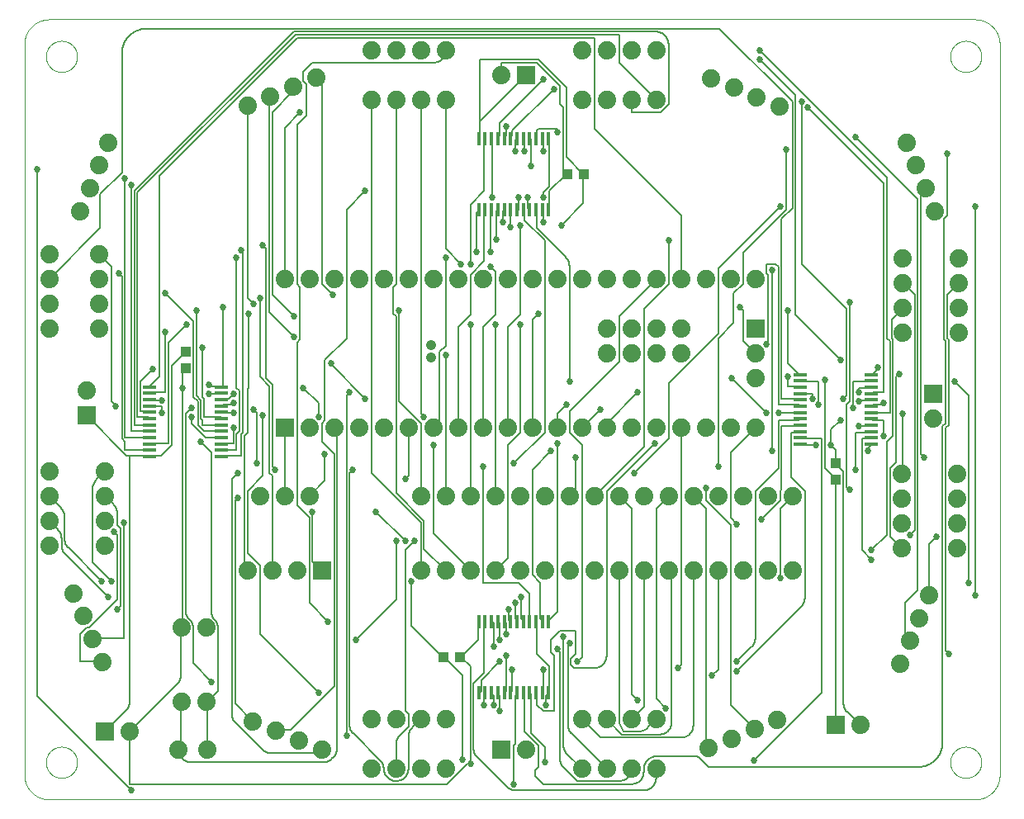
<source format=gtl>
G75*
%MOIN*%
%OFA0B0*%
%FSLAX25Y25*%
%IPPOS*%
%LPD*%
%AMOC8*
5,1,8,0,0,1.08239X$1,22.5*
%
%ADD10C,0.00000*%
%ADD11C,0.07400*%
%ADD12R,0.07400X0.07400*%
%ADD13C,0.04200*%
%ADD14R,0.01370X0.05500*%
%ADD15R,0.04331X0.03937*%
%ADD16R,0.05500X0.01370*%
%ADD17R,0.03937X0.04331*%
%ADD18C,0.00600*%
%ADD19C,0.02700*%
D10*
X0086433Y0068933D02*
X0086433Y0363894D01*
X0086436Y0364136D01*
X0086445Y0364377D01*
X0086459Y0364618D01*
X0086480Y0364859D01*
X0086506Y0365099D01*
X0086538Y0365339D01*
X0086576Y0365578D01*
X0086619Y0365815D01*
X0086669Y0366052D01*
X0086724Y0366287D01*
X0086784Y0366521D01*
X0086851Y0366753D01*
X0086922Y0366984D01*
X0087000Y0367213D01*
X0087083Y0367440D01*
X0087171Y0367665D01*
X0087265Y0367888D01*
X0087364Y0368108D01*
X0087469Y0368326D01*
X0087578Y0368541D01*
X0087693Y0368754D01*
X0087813Y0368964D01*
X0087938Y0369170D01*
X0088068Y0369374D01*
X0088203Y0369575D01*
X0088343Y0369772D01*
X0088487Y0369966D01*
X0088636Y0370156D01*
X0088790Y0370342D01*
X0088948Y0370525D01*
X0089110Y0370704D01*
X0089277Y0370879D01*
X0089448Y0371050D01*
X0089623Y0371217D01*
X0089802Y0371379D01*
X0089985Y0371537D01*
X0090171Y0371691D01*
X0090361Y0371840D01*
X0090555Y0371984D01*
X0090752Y0372124D01*
X0090953Y0372259D01*
X0091157Y0372389D01*
X0091363Y0372514D01*
X0091573Y0372634D01*
X0091786Y0372749D01*
X0092001Y0372858D01*
X0092219Y0372963D01*
X0092439Y0373062D01*
X0092662Y0373156D01*
X0092887Y0373244D01*
X0093114Y0373327D01*
X0093343Y0373405D01*
X0093574Y0373476D01*
X0093806Y0373543D01*
X0094040Y0373603D01*
X0094275Y0373658D01*
X0094512Y0373708D01*
X0094749Y0373751D01*
X0094988Y0373789D01*
X0095228Y0373821D01*
X0095468Y0373847D01*
X0095709Y0373868D01*
X0095950Y0373882D01*
X0096191Y0373891D01*
X0096433Y0373894D01*
X0470134Y0373894D01*
X0470376Y0373891D01*
X0470617Y0373882D01*
X0470858Y0373868D01*
X0471099Y0373847D01*
X0471339Y0373821D01*
X0471579Y0373789D01*
X0471818Y0373751D01*
X0472055Y0373708D01*
X0472292Y0373658D01*
X0472527Y0373603D01*
X0472761Y0373543D01*
X0472993Y0373476D01*
X0473224Y0373405D01*
X0473453Y0373327D01*
X0473680Y0373244D01*
X0473905Y0373156D01*
X0474128Y0373062D01*
X0474348Y0372963D01*
X0474566Y0372858D01*
X0474781Y0372749D01*
X0474994Y0372634D01*
X0475204Y0372514D01*
X0475410Y0372389D01*
X0475614Y0372259D01*
X0475815Y0372124D01*
X0476012Y0371984D01*
X0476206Y0371840D01*
X0476396Y0371691D01*
X0476582Y0371537D01*
X0476765Y0371379D01*
X0476944Y0371217D01*
X0477119Y0371050D01*
X0477290Y0370879D01*
X0477457Y0370704D01*
X0477619Y0370525D01*
X0477777Y0370342D01*
X0477931Y0370156D01*
X0478080Y0369966D01*
X0478224Y0369772D01*
X0478364Y0369575D01*
X0478499Y0369374D01*
X0478629Y0369170D01*
X0478754Y0368964D01*
X0478874Y0368754D01*
X0478989Y0368541D01*
X0479098Y0368326D01*
X0479203Y0368108D01*
X0479302Y0367888D01*
X0479396Y0367665D01*
X0479484Y0367440D01*
X0479567Y0367213D01*
X0479645Y0366984D01*
X0479716Y0366753D01*
X0479783Y0366521D01*
X0479843Y0366287D01*
X0479898Y0366052D01*
X0479948Y0365815D01*
X0479991Y0365578D01*
X0480029Y0365339D01*
X0480061Y0365099D01*
X0480087Y0364859D01*
X0480108Y0364618D01*
X0480122Y0364377D01*
X0480131Y0364136D01*
X0480134Y0363894D01*
X0480134Y0068933D01*
X0480131Y0068691D01*
X0480122Y0068450D01*
X0480108Y0068209D01*
X0480087Y0067968D01*
X0480061Y0067728D01*
X0480029Y0067488D01*
X0479991Y0067249D01*
X0479948Y0067012D01*
X0479898Y0066775D01*
X0479843Y0066540D01*
X0479783Y0066306D01*
X0479716Y0066074D01*
X0479645Y0065843D01*
X0479567Y0065614D01*
X0479484Y0065387D01*
X0479396Y0065162D01*
X0479302Y0064939D01*
X0479203Y0064719D01*
X0479098Y0064501D01*
X0478989Y0064286D01*
X0478874Y0064073D01*
X0478754Y0063863D01*
X0478629Y0063657D01*
X0478499Y0063453D01*
X0478364Y0063252D01*
X0478224Y0063055D01*
X0478080Y0062861D01*
X0477931Y0062671D01*
X0477777Y0062485D01*
X0477619Y0062302D01*
X0477457Y0062123D01*
X0477290Y0061948D01*
X0477119Y0061777D01*
X0476944Y0061610D01*
X0476765Y0061448D01*
X0476582Y0061290D01*
X0476396Y0061136D01*
X0476206Y0060987D01*
X0476012Y0060843D01*
X0475815Y0060703D01*
X0475614Y0060568D01*
X0475410Y0060438D01*
X0475204Y0060313D01*
X0474994Y0060193D01*
X0474781Y0060078D01*
X0474566Y0059969D01*
X0474348Y0059864D01*
X0474128Y0059765D01*
X0473905Y0059671D01*
X0473680Y0059583D01*
X0473453Y0059500D01*
X0473224Y0059422D01*
X0472993Y0059351D01*
X0472761Y0059284D01*
X0472527Y0059224D01*
X0472292Y0059169D01*
X0472055Y0059119D01*
X0471818Y0059076D01*
X0471579Y0059038D01*
X0471339Y0059006D01*
X0471099Y0058980D01*
X0470858Y0058959D01*
X0470617Y0058945D01*
X0470376Y0058936D01*
X0470134Y0058933D01*
X0096433Y0058933D01*
X0096191Y0058936D01*
X0095950Y0058945D01*
X0095709Y0058959D01*
X0095468Y0058980D01*
X0095228Y0059006D01*
X0094988Y0059038D01*
X0094749Y0059076D01*
X0094512Y0059119D01*
X0094275Y0059169D01*
X0094040Y0059224D01*
X0093806Y0059284D01*
X0093574Y0059351D01*
X0093343Y0059422D01*
X0093114Y0059500D01*
X0092887Y0059583D01*
X0092662Y0059671D01*
X0092439Y0059765D01*
X0092219Y0059864D01*
X0092001Y0059969D01*
X0091786Y0060078D01*
X0091573Y0060193D01*
X0091363Y0060313D01*
X0091157Y0060438D01*
X0090953Y0060568D01*
X0090752Y0060703D01*
X0090555Y0060843D01*
X0090361Y0060987D01*
X0090171Y0061136D01*
X0089985Y0061290D01*
X0089802Y0061448D01*
X0089623Y0061610D01*
X0089448Y0061777D01*
X0089277Y0061948D01*
X0089110Y0062123D01*
X0088948Y0062302D01*
X0088790Y0062485D01*
X0088636Y0062671D01*
X0088487Y0062861D01*
X0088343Y0063055D01*
X0088203Y0063252D01*
X0088068Y0063453D01*
X0087938Y0063657D01*
X0087813Y0063863D01*
X0087693Y0064073D01*
X0087578Y0064286D01*
X0087469Y0064501D01*
X0087364Y0064719D01*
X0087265Y0064939D01*
X0087171Y0065162D01*
X0087083Y0065387D01*
X0087000Y0065614D01*
X0086922Y0065843D01*
X0086851Y0066074D01*
X0086784Y0066306D01*
X0086724Y0066540D01*
X0086669Y0066775D01*
X0086619Y0067012D01*
X0086576Y0067249D01*
X0086538Y0067488D01*
X0086506Y0067728D01*
X0086480Y0067968D01*
X0086459Y0068209D01*
X0086445Y0068450D01*
X0086436Y0068691D01*
X0086433Y0068933D01*
X0095134Y0073933D02*
X0095136Y0074091D01*
X0095142Y0074249D01*
X0095152Y0074407D01*
X0095166Y0074565D01*
X0095184Y0074722D01*
X0095205Y0074879D01*
X0095231Y0075035D01*
X0095261Y0075191D01*
X0095294Y0075346D01*
X0095332Y0075499D01*
X0095373Y0075652D01*
X0095418Y0075804D01*
X0095467Y0075955D01*
X0095520Y0076104D01*
X0095576Y0076252D01*
X0095636Y0076398D01*
X0095700Y0076543D01*
X0095768Y0076686D01*
X0095839Y0076828D01*
X0095913Y0076968D01*
X0095991Y0077105D01*
X0096073Y0077241D01*
X0096157Y0077375D01*
X0096246Y0077506D01*
X0096337Y0077635D01*
X0096432Y0077762D01*
X0096529Y0077887D01*
X0096630Y0078009D01*
X0096734Y0078128D01*
X0096841Y0078245D01*
X0096951Y0078359D01*
X0097064Y0078470D01*
X0097179Y0078579D01*
X0097297Y0078684D01*
X0097418Y0078786D01*
X0097541Y0078886D01*
X0097667Y0078982D01*
X0097795Y0079075D01*
X0097925Y0079165D01*
X0098058Y0079251D01*
X0098193Y0079335D01*
X0098329Y0079414D01*
X0098468Y0079491D01*
X0098609Y0079563D01*
X0098751Y0079633D01*
X0098895Y0079698D01*
X0099041Y0079760D01*
X0099188Y0079818D01*
X0099337Y0079873D01*
X0099487Y0079924D01*
X0099638Y0079971D01*
X0099790Y0080014D01*
X0099943Y0080053D01*
X0100098Y0080089D01*
X0100253Y0080120D01*
X0100409Y0080148D01*
X0100565Y0080172D01*
X0100722Y0080192D01*
X0100880Y0080208D01*
X0101037Y0080220D01*
X0101196Y0080228D01*
X0101354Y0080232D01*
X0101512Y0080232D01*
X0101670Y0080228D01*
X0101829Y0080220D01*
X0101986Y0080208D01*
X0102144Y0080192D01*
X0102301Y0080172D01*
X0102457Y0080148D01*
X0102613Y0080120D01*
X0102768Y0080089D01*
X0102923Y0080053D01*
X0103076Y0080014D01*
X0103228Y0079971D01*
X0103379Y0079924D01*
X0103529Y0079873D01*
X0103678Y0079818D01*
X0103825Y0079760D01*
X0103971Y0079698D01*
X0104115Y0079633D01*
X0104257Y0079563D01*
X0104398Y0079491D01*
X0104537Y0079414D01*
X0104673Y0079335D01*
X0104808Y0079251D01*
X0104941Y0079165D01*
X0105071Y0079075D01*
X0105199Y0078982D01*
X0105325Y0078886D01*
X0105448Y0078786D01*
X0105569Y0078684D01*
X0105687Y0078579D01*
X0105802Y0078470D01*
X0105915Y0078359D01*
X0106025Y0078245D01*
X0106132Y0078128D01*
X0106236Y0078009D01*
X0106337Y0077887D01*
X0106434Y0077762D01*
X0106529Y0077635D01*
X0106620Y0077506D01*
X0106709Y0077375D01*
X0106793Y0077241D01*
X0106875Y0077105D01*
X0106953Y0076968D01*
X0107027Y0076828D01*
X0107098Y0076686D01*
X0107166Y0076543D01*
X0107230Y0076398D01*
X0107290Y0076252D01*
X0107346Y0076104D01*
X0107399Y0075955D01*
X0107448Y0075804D01*
X0107493Y0075652D01*
X0107534Y0075499D01*
X0107572Y0075346D01*
X0107605Y0075191D01*
X0107635Y0075035D01*
X0107661Y0074879D01*
X0107682Y0074722D01*
X0107700Y0074565D01*
X0107714Y0074407D01*
X0107724Y0074249D01*
X0107730Y0074091D01*
X0107732Y0073933D01*
X0107730Y0073775D01*
X0107724Y0073617D01*
X0107714Y0073459D01*
X0107700Y0073301D01*
X0107682Y0073144D01*
X0107661Y0072987D01*
X0107635Y0072831D01*
X0107605Y0072675D01*
X0107572Y0072520D01*
X0107534Y0072367D01*
X0107493Y0072214D01*
X0107448Y0072062D01*
X0107399Y0071911D01*
X0107346Y0071762D01*
X0107290Y0071614D01*
X0107230Y0071468D01*
X0107166Y0071323D01*
X0107098Y0071180D01*
X0107027Y0071038D01*
X0106953Y0070898D01*
X0106875Y0070761D01*
X0106793Y0070625D01*
X0106709Y0070491D01*
X0106620Y0070360D01*
X0106529Y0070231D01*
X0106434Y0070104D01*
X0106337Y0069979D01*
X0106236Y0069857D01*
X0106132Y0069738D01*
X0106025Y0069621D01*
X0105915Y0069507D01*
X0105802Y0069396D01*
X0105687Y0069287D01*
X0105569Y0069182D01*
X0105448Y0069080D01*
X0105325Y0068980D01*
X0105199Y0068884D01*
X0105071Y0068791D01*
X0104941Y0068701D01*
X0104808Y0068615D01*
X0104673Y0068531D01*
X0104537Y0068452D01*
X0104398Y0068375D01*
X0104257Y0068303D01*
X0104115Y0068233D01*
X0103971Y0068168D01*
X0103825Y0068106D01*
X0103678Y0068048D01*
X0103529Y0067993D01*
X0103379Y0067942D01*
X0103228Y0067895D01*
X0103076Y0067852D01*
X0102923Y0067813D01*
X0102768Y0067777D01*
X0102613Y0067746D01*
X0102457Y0067718D01*
X0102301Y0067694D01*
X0102144Y0067674D01*
X0101986Y0067658D01*
X0101829Y0067646D01*
X0101670Y0067638D01*
X0101512Y0067634D01*
X0101354Y0067634D01*
X0101196Y0067638D01*
X0101037Y0067646D01*
X0100880Y0067658D01*
X0100722Y0067674D01*
X0100565Y0067694D01*
X0100409Y0067718D01*
X0100253Y0067746D01*
X0100098Y0067777D01*
X0099943Y0067813D01*
X0099790Y0067852D01*
X0099638Y0067895D01*
X0099487Y0067942D01*
X0099337Y0067993D01*
X0099188Y0068048D01*
X0099041Y0068106D01*
X0098895Y0068168D01*
X0098751Y0068233D01*
X0098609Y0068303D01*
X0098468Y0068375D01*
X0098329Y0068452D01*
X0098193Y0068531D01*
X0098058Y0068615D01*
X0097925Y0068701D01*
X0097795Y0068791D01*
X0097667Y0068884D01*
X0097541Y0068980D01*
X0097418Y0069080D01*
X0097297Y0069182D01*
X0097179Y0069287D01*
X0097064Y0069396D01*
X0096951Y0069507D01*
X0096841Y0069621D01*
X0096734Y0069738D01*
X0096630Y0069857D01*
X0096529Y0069979D01*
X0096432Y0070104D01*
X0096337Y0070231D01*
X0096246Y0070360D01*
X0096157Y0070491D01*
X0096073Y0070625D01*
X0095991Y0070761D01*
X0095913Y0070898D01*
X0095839Y0071038D01*
X0095768Y0071180D01*
X0095700Y0071323D01*
X0095636Y0071468D01*
X0095576Y0071614D01*
X0095520Y0071762D01*
X0095467Y0071911D01*
X0095418Y0072062D01*
X0095373Y0072214D01*
X0095332Y0072367D01*
X0095294Y0072520D01*
X0095261Y0072675D01*
X0095231Y0072831D01*
X0095205Y0072987D01*
X0095184Y0073144D01*
X0095166Y0073301D01*
X0095152Y0073459D01*
X0095142Y0073617D01*
X0095136Y0073775D01*
X0095134Y0073933D01*
X0460134Y0073933D02*
X0460136Y0074091D01*
X0460142Y0074249D01*
X0460152Y0074407D01*
X0460166Y0074565D01*
X0460184Y0074722D01*
X0460205Y0074879D01*
X0460231Y0075035D01*
X0460261Y0075191D01*
X0460294Y0075346D01*
X0460332Y0075499D01*
X0460373Y0075652D01*
X0460418Y0075804D01*
X0460467Y0075955D01*
X0460520Y0076104D01*
X0460576Y0076252D01*
X0460636Y0076398D01*
X0460700Y0076543D01*
X0460768Y0076686D01*
X0460839Y0076828D01*
X0460913Y0076968D01*
X0460991Y0077105D01*
X0461073Y0077241D01*
X0461157Y0077375D01*
X0461246Y0077506D01*
X0461337Y0077635D01*
X0461432Y0077762D01*
X0461529Y0077887D01*
X0461630Y0078009D01*
X0461734Y0078128D01*
X0461841Y0078245D01*
X0461951Y0078359D01*
X0462064Y0078470D01*
X0462179Y0078579D01*
X0462297Y0078684D01*
X0462418Y0078786D01*
X0462541Y0078886D01*
X0462667Y0078982D01*
X0462795Y0079075D01*
X0462925Y0079165D01*
X0463058Y0079251D01*
X0463193Y0079335D01*
X0463329Y0079414D01*
X0463468Y0079491D01*
X0463609Y0079563D01*
X0463751Y0079633D01*
X0463895Y0079698D01*
X0464041Y0079760D01*
X0464188Y0079818D01*
X0464337Y0079873D01*
X0464487Y0079924D01*
X0464638Y0079971D01*
X0464790Y0080014D01*
X0464943Y0080053D01*
X0465098Y0080089D01*
X0465253Y0080120D01*
X0465409Y0080148D01*
X0465565Y0080172D01*
X0465722Y0080192D01*
X0465880Y0080208D01*
X0466037Y0080220D01*
X0466196Y0080228D01*
X0466354Y0080232D01*
X0466512Y0080232D01*
X0466670Y0080228D01*
X0466829Y0080220D01*
X0466986Y0080208D01*
X0467144Y0080192D01*
X0467301Y0080172D01*
X0467457Y0080148D01*
X0467613Y0080120D01*
X0467768Y0080089D01*
X0467923Y0080053D01*
X0468076Y0080014D01*
X0468228Y0079971D01*
X0468379Y0079924D01*
X0468529Y0079873D01*
X0468678Y0079818D01*
X0468825Y0079760D01*
X0468971Y0079698D01*
X0469115Y0079633D01*
X0469257Y0079563D01*
X0469398Y0079491D01*
X0469537Y0079414D01*
X0469673Y0079335D01*
X0469808Y0079251D01*
X0469941Y0079165D01*
X0470071Y0079075D01*
X0470199Y0078982D01*
X0470325Y0078886D01*
X0470448Y0078786D01*
X0470569Y0078684D01*
X0470687Y0078579D01*
X0470802Y0078470D01*
X0470915Y0078359D01*
X0471025Y0078245D01*
X0471132Y0078128D01*
X0471236Y0078009D01*
X0471337Y0077887D01*
X0471434Y0077762D01*
X0471529Y0077635D01*
X0471620Y0077506D01*
X0471709Y0077375D01*
X0471793Y0077241D01*
X0471875Y0077105D01*
X0471953Y0076968D01*
X0472027Y0076828D01*
X0472098Y0076686D01*
X0472166Y0076543D01*
X0472230Y0076398D01*
X0472290Y0076252D01*
X0472346Y0076104D01*
X0472399Y0075955D01*
X0472448Y0075804D01*
X0472493Y0075652D01*
X0472534Y0075499D01*
X0472572Y0075346D01*
X0472605Y0075191D01*
X0472635Y0075035D01*
X0472661Y0074879D01*
X0472682Y0074722D01*
X0472700Y0074565D01*
X0472714Y0074407D01*
X0472724Y0074249D01*
X0472730Y0074091D01*
X0472732Y0073933D01*
X0472730Y0073775D01*
X0472724Y0073617D01*
X0472714Y0073459D01*
X0472700Y0073301D01*
X0472682Y0073144D01*
X0472661Y0072987D01*
X0472635Y0072831D01*
X0472605Y0072675D01*
X0472572Y0072520D01*
X0472534Y0072367D01*
X0472493Y0072214D01*
X0472448Y0072062D01*
X0472399Y0071911D01*
X0472346Y0071762D01*
X0472290Y0071614D01*
X0472230Y0071468D01*
X0472166Y0071323D01*
X0472098Y0071180D01*
X0472027Y0071038D01*
X0471953Y0070898D01*
X0471875Y0070761D01*
X0471793Y0070625D01*
X0471709Y0070491D01*
X0471620Y0070360D01*
X0471529Y0070231D01*
X0471434Y0070104D01*
X0471337Y0069979D01*
X0471236Y0069857D01*
X0471132Y0069738D01*
X0471025Y0069621D01*
X0470915Y0069507D01*
X0470802Y0069396D01*
X0470687Y0069287D01*
X0470569Y0069182D01*
X0470448Y0069080D01*
X0470325Y0068980D01*
X0470199Y0068884D01*
X0470071Y0068791D01*
X0469941Y0068701D01*
X0469808Y0068615D01*
X0469673Y0068531D01*
X0469537Y0068452D01*
X0469398Y0068375D01*
X0469257Y0068303D01*
X0469115Y0068233D01*
X0468971Y0068168D01*
X0468825Y0068106D01*
X0468678Y0068048D01*
X0468529Y0067993D01*
X0468379Y0067942D01*
X0468228Y0067895D01*
X0468076Y0067852D01*
X0467923Y0067813D01*
X0467768Y0067777D01*
X0467613Y0067746D01*
X0467457Y0067718D01*
X0467301Y0067694D01*
X0467144Y0067674D01*
X0466986Y0067658D01*
X0466829Y0067646D01*
X0466670Y0067638D01*
X0466512Y0067634D01*
X0466354Y0067634D01*
X0466196Y0067638D01*
X0466037Y0067646D01*
X0465880Y0067658D01*
X0465722Y0067674D01*
X0465565Y0067694D01*
X0465409Y0067718D01*
X0465253Y0067746D01*
X0465098Y0067777D01*
X0464943Y0067813D01*
X0464790Y0067852D01*
X0464638Y0067895D01*
X0464487Y0067942D01*
X0464337Y0067993D01*
X0464188Y0068048D01*
X0464041Y0068106D01*
X0463895Y0068168D01*
X0463751Y0068233D01*
X0463609Y0068303D01*
X0463468Y0068375D01*
X0463329Y0068452D01*
X0463193Y0068531D01*
X0463058Y0068615D01*
X0462925Y0068701D01*
X0462795Y0068791D01*
X0462667Y0068884D01*
X0462541Y0068980D01*
X0462418Y0069080D01*
X0462297Y0069182D01*
X0462179Y0069287D01*
X0462064Y0069396D01*
X0461951Y0069507D01*
X0461841Y0069621D01*
X0461734Y0069738D01*
X0461630Y0069857D01*
X0461529Y0069979D01*
X0461432Y0070104D01*
X0461337Y0070231D01*
X0461246Y0070360D01*
X0461157Y0070491D01*
X0461073Y0070625D01*
X0460991Y0070761D01*
X0460913Y0070898D01*
X0460839Y0071038D01*
X0460768Y0071180D01*
X0460700Y0071323D01*
X0460636Y0071468D01*
X0460576Y0071614D01*
X0460520Y0071762D01*
X0460467Y0071911D01*
X0460418Y0072062D01*
X0460373Y0072214D01*
X0460332Y0072367D01*
X0460294Y0072520D01*
X0460261Y0072675D01*
X0460231Y0072831D01*
X0460205Y0072987D01*
X0460184Y0073144D01*
X0460166Y0073301D01*
X0460152Y0073459D01*
X0460142Y0073617D01*
X0460136Y0073775D01*
X0460134Y0073933D01*
X0460134Y0358933D02*
X0460136Y0359091D01*
X0460142Y0359249D01*
X0460152Y0359407D01*
X0460166Y0359565D01*
X0460184Y0359722D01*
X0460205Y0359879D01*
X0460231Y0360035D01*
X0460261Y0360191D01*
X0460294Y0360346D01*
X0460332Y0360499D01*
X0460373Y0360652D01*
X0460418Y0360804D01*
X0460467Y0360955D01*
X0460520Y0361104D01*
X0460576Y0361252D01*
X0460636Y0361398D01*
X0460700Y0361543D01*
X0460768Y0361686D01*
X0460839Y0361828D01*
X0460913Y0361968D01*
X0460991Y0362105D01*
X0461073Y0362241D01*
X0461157Y0362375D01*
X0461246Y0362506D01*
X0461337Y0362635D01*
X0461432Y0362762D01*
X0461529Y0362887D01*
X0461630Y0363009D01*
X0461734Y0363128D01*
X0461841Y0363245D01*
X0461951Y0363359D01*
X0462064Y0363470D01*
X0462179Y0363579D01*
X0462297Y0363684D01*
X0462418Y0363786D01*
X0462541Y0363886D01*
X0462667Y0363982D01*
X0462795Y0364075D01*
X0462925Y0364165D01*
X0463058Y0364251D01*
X0463193Y0364335D01*
X0463329Y0364414D01*
X0463468Y0364491D01*
X0463609Y0364563D01*
X0463751Y0364633D01*
X0463895Y0364698D01*
X0464041Y0364760D01*
X0464188Y0364818D01*
X0464337Y0364873D01*
X0464487Y0364924D01*
X0464638Y0364971D01*
X0464790Y0365014D01*
X0464943Y0365053D01*
X0465098Y0365089D01*
X0465253Y0365120D01*
X0465409Y0365148D01*
X0465565Y0365172D01*
X0465722Y0365192D01*
X0465880Y0365208D01*
X0466037Y0365220D01*
X0466196Y0365228D01*
X0466354Y0365232D01*
X0466512Y0365232D01*
X0466670Y0365228D01*
X0466829Y0365220D01*
X0466986Y0365208D01*
X0467144Y0365192D01*
X0467301Y0365172D01*
X0467457Y0365148D01*
X0467613Y0365120D01*
X0467768Y0365089D01*
X0467923Y0365053D01*
X0468076Y0365014D01*
X0468228Y0364971D01*
X0468379Y0364924D01*
X0468529Y0364873D01*
X0468678Y0364818D01*
X0468825Y0364760D01*
X0468971Y0364698D01*
X0469115Y0364633D01*
X0469257Y0364563D01*
X0469398Y0364491D01*
X0469537Y0364414D01*
X0469673Y0364335D01*
X0469808Y0364251D01*
X0469941Y0364165D01*
X0470071Y0364075D01*
X0470199Y0363982D01*
X0470325Y0363886D01*
X0470448Y0363786D01*
X0470569Y0363684D01*
X0470687Y0363579D01*
X0470802Y0363470D01*
X0470915Y0363359D01*
X0471025Y0363245D01*
X0471132Y0363128D01*
X0471236Y0363009D01*
X0471337Y0362887D01*
X0471434Y0362762D01*
X0471529Y0362635D01*
X0471620Y0362506D01*
X0471709Y0362375D01*
X0471793Y0362241D01*
X0471875Y0362105D01*
X0471953Y0361968D01*
X0472027Y0361828D01*
X0472098Y0361686D01*
X0472166Y0361543D01*
X0472230Y0361398D01*
X0472290Y0361252D01*
X0472346Y0361104D01*
X0472399Y0360955D01*
X0472448Y0360804D01*
X0472493Y0360652D01*
X0472534Y0360499D01*
X0472572Y0360346D01*
X0472605Y0360191D01*
X0472635Y0360035D01*
X0472661Y0359879D01*
X0472682Y0359722D01*
X0472700Y0359565D01*
X0472714Y0359407D01*
X0472724Y0359249D01*
X0472730Y0359091D01*
X0472732Y0358933D01*
X0472730Y0358775D01*
X0472724Y0358617D01*
X0472714Y0358459D01*
X0472700Y0358301D01*
X0472682Y0358144D01*
X0472661Y0357987D01*
X0472635Y0357831D01*
X0472605Y0357675D01*
X0472572Y0357520D01*
X0472534Y0357367D01*
X0472493Y0357214D01*
X0472448Y0357062D01*
X0472399Y0356911D01*
X0472346Y0356762D01*
X0472290Y0356614D01*
X0472230Y0356468D01*
X0472166Y0356323D01*
X0472098Y0356180D01*
X0472027Y0356038D01*
X0471953Y0355898D01*
X0471875Y0355761D01*
X0471793Y0355625D01*
X0471709Y0355491D01*
X0471620Y0355360D01*
X0471529Y0355231D01*
X0471434Y0355104D01*
X0471337Y0354979D01*
X0471236Y0354857D01*
X0471132Y0354738D01*
X0471025Y0354621D01*
X0470915Y0354507D01*
X0470802Y0354396D01*
X0470687Y0354287D01*
X0470569Y0354182D01*
X0470448Y0354080D01*
X0470325Y0353980D01*
X0470199Y0353884D01*
X0470071Y0353791D01*
X0469941Y0353701D01*
X0469808Y0353615D01*
X0469673Y0353531D01*
X0469537Y0353452D01*
X0469398Y0353375D01*
X0469257Y0353303D01*
X0469115Y0353233D01*
X0468971Y0353168D01*
X0468825Y0353106D01*
X0468678Y0353048D01*
X0468529Y0352993D01*
X0468379Y0352942D01*
X0468228Y0352895D01*
X0468076Y0352852D01*
X0467923Y0352813D01*
X0467768Y0352777D01*
X0467613Y0352746D01*
X0467457Y0352718D01*
X0467301Y0352694D01*
X0467144Y0352674D01*
X0466986Y0352658D01*
X0466829Y0352646D01*
X0466670Y0352638D01*
X0466512Y0352634D01*
X0466354Y0352634D01*
X0466196Y0352638D01*
X0466037Y0352646D01*
X0465880Y0352658D01*
X0465722Y0352674D01*
X0465565Y0352694D01*
X0465409Y0352718D01*
X0465253Y0352746D01*
X0465098Y0352777D01*
X0464943Y0352813D01*
X0464790Y0352852D01*
X0464638Y0352895D01*
X0464487Y0352942D01*
X0464337Y0352993D01*
X0464188Y0353048D01*
X0464041Y0353106D01*
X0463895Y0353168D01*
X0463751Y0353233D01*
X0463609Y0353303D01*
X0463468Y0353375D01*
X0463329Y0353452D01*
X0463193Y0353531D01*
X0463058Y0353615D01*
X0462925Y0353701D01*
X0462795Y0353791D01*
X0462667Y0353884D01*
X0462541Y0353980D01*
X0462418Y0354080D01*
X0462297Y0354182D01*
X0462179Y0354287D01*
X0462064Y0354396D01*
X0461951Y0354507D01*
X0461841Y0354621D01*
X0461734Y0354738D01*
X0461630Y0354857D01*
X0461529Y0354979D01*
X0461432Y0355104D01*
X0461337Y0355231D01*
X0461246Y0355360D01*
X0461157Y0355491D01*
X0461073Y0355625D01*
X0460991Y0355761D01*
X0460913Y0355898D01*
X0460839Y0356038D01*
X0460768Y0356180D01*
X0460700Y0356323D01*
X0460636Y0356468D01*
X0460576Y0356614D01*
X0460520Y0356762D01*
X0460467Y0356911D01*
X0460418Y0357062D01*
X0460373Y0357214D01*
X0460332Y0357367D01*
X0460294Y0357520D01*
X0460261Y0357675D01*
X0460231Y0357831D01*
X0460205Y0357987D01*
X0460184Y0358144D01*
X0460166Y0358301D01*
X0460152Y0358459D01*
X0460142Y0358617D01*
X0460136Y0358775D01*
X0460134Y0358933D01*
X0095134Y0358933D02*
X0095136Y0359091D01*
X0095142Y0359249D01*
X0095152Y0359407D01*
X0095166Y0359565D01*
X0095184Y0359722D01*
X0095205Y0359879D01*
X0095231Y0360035D01*
X0095261Y0360191D01*
X0095294Y0360346D01*
X0095332Y0360499D01*
X0095373Y0360652D01*
X0095418Y0360804D01*
X0095467Y0360955D01*
X0095520Y0361104D01*
X0095576Y0361252D01*
X0095636Y0361398D01*
X0095700Y0361543D01*
X0095768Y0361686D01*
X0095839Y0361828D01*
X0095913Y0361968D01*
X0095991Y0362105D01*
X0096073Y0362241D01*
X0096157Y0362375D01*
X0096246Y0362506D01*
X0096337Y0362635D01*
X0096432Y0362762D01*
X0096529Y0362887D01*
X0096630Y0363009D01*
X0096734Y0363128D01*
X0096841Y0363245D01*
X0096951Y0363359D01*
X0097064Y0363470D01*
X0097179Y0363579D01*
X0097297Y0363684D01*
X0097418Y0363786D01*
X0097541Y0363886D01*
X0097667Y0363982D01*
X0097795Y0364075D01*
X0097925Y0364165D01*
X0098058Y0364251D01*
X0098193Y0364335D01*
X0098329Y0364414D01*
X0098468Y0364491D01*
X0098609Y0364563D01*
X0098751Y0364633D01*
X0098895Y0364698D01*
X0099041Y0364760D01*
X0099188Y0364818D01*
X0099337Y0364873D01*
X0099487Y0364924D01*
X0099638Y0364971D01*
X0099790Y0365014D01*
X0099943Y0365053D01*
X0100098Y0365089D01*
X0100253Y0365120D01*
X0100409Y0365148D01*
X0100565Y0365172D01*
X0100722Y0365192D01*
X0100880Y0365208D01*
X0101037Y0365220D01*
X0101196Y0365228D01*
X0101354Y0365232D01*
X0101512Y0365232D01*
X0101670Y0365228D01*
X0101829Y0365220D01*
X0101986Y0365208D01*
X0102144Y0365192D01*
X0102301Y0365172D01*
X0102457Y0365148D01*
X0102613Y0365120D01*
X0102768Y0365089D01*
X0102923Y0365053D01*
X0103076Y0365014D01*
X0103228Y0364971D01*
X0103379Y0364924D01*
X0103529Y0364873D01*
X0103678Y0364818D01*
X0103825Y0364760D01*
X0103971Y0364698D01*
X0104115Y0364633D01*
X0104257Y0364563D01*
X0104398Y0364491D01*
X0104537Y0364414D01*
X0104673Y0364335D01*
X0104808Y0364251D01*
X0104941Y0364165D01*
X0105071Y0364075D01*
X0105199Y0363982D01*
X0105325Y0363886D01*
X0105448Y0363786D01*
X0105569Y0363684D01*
X0105687Y0363579D01*
X0105802Y0363470D01*
X0105915Y0363359D01*
X0106025Y0363245D01*
X0106132Y0363128D01*
X0106236Y0363009D01*
X0106337Y0362887D01*
X0106434Y0362762D01*
X0106529Y0362635D01*
X0106620Y0362506D01*
X0106709Y0362375D01*
X0106793Y0362241D01*
X0106875Y0362105D01*
X0106953Y0361968D01*
X0107027Y0361828D01*
X0107098Y0361686D01*
X0107166Y0361543D01*
X0107230Y0361398D01*
X0107290Y0361252D01*
X0107346Y0361104D01*
X0107399Y0360955D01*
X0107448Y0360804D01*
X0107493Y0360652D01*
X0107534Y0360499D01*
X0107572Y0360346D01*
X0107605Y0360191D01*
X0107635Y0360035D01*
X0107661Y0359879D01*
X0107682Y0359722D01*
X0107700Y0359565D01*
X0107714Y0359407D01*
X0107724Y0359249D01*
X0107730Y0359091D01*
X0107732Y0358933D01*
X0107730Y0358775D01*
X0107724Y0358617D01*
X0107714Y0358459D01*
X0107700Y0358301D01*
X0107682Y0358144D01*
X0107661Y0357987D01*
X0107635Y0357831D01*
X0107605Y0357675D01*
X0107572Y0357520D01*
X0107534Y0357367D01*
X0107493Y0357214D01*
X0107448Y0357062D01*
X0107399Y0356911D01*
X0107346Y0356762D01*
X0107290Y0356614D01*
X0107230Y0356468D01*
X0107166Y0356323D01*
X0107098Y0356180D01*
X0107027Y0356038D01*
X0106953Y0355898D01*
X0106875Y0355761D01*
X0106793Y0355625D01*
X0106709Y0355491D01*
X0106620Y0355360D01*
X0106529Y0355231D01*
X0106434Y0355104D01*
X0106337Y0354979D01*
X0106236Y0354857D01*
X0106132Y0354738D01*
X0106025Y0354621D01*
X0105915Y0354507D01*
X0105802Y0354396D01*
X0105687Y0354287D01*
X0105569Y0354182D01*
X0105448Y0354080D01*
X0105325Y0353980D01*
X0105199Y0353884D01*
X0105071Y0353791D01*
X0104941Y0353701D01*
X0104808Y0353615D01*
X0104673Y0353531D01*
X0104537Y0353452D01*
X0104398Y0353375D01*
X0104257Y0353303D01*
X0104115Y0353233D01*
X0103971Y0353168D01*
X0103825Y0353106D01*
X0103678Y0353048D01*
X0103529Y0352993D01*
X0103379Y0352942D01*
X0103228Y0352895D01*
X0103076Y0352852D01*
X0102923Y0352813D01*
X0102768Y0352777D01*
X0102613Y0352746D01*
X0102457Y0352718D01*
X0102301Y0352694D01*
X0102144Y0352674D01*
X0101986Y0352658D01*
X0101829Y0352646D01*
X0101670Y0352638D01*
X0101512Y0352634D01*
X0101354Y0352634D01*
X0101196Y0352638D01*
X0101037Y0352646D01*
X0100880Y0352658D01*
X0100722Y0352674D01*
X0100565Y0352694D01*
X0100409Y0352718D01*
X0100253Y0352746D01*
X0100098Y0352777D01*
X0099943Y0352813D01*
X0099790Y0352852D01*
X0099638Y0352895D01*
X0099487Y0352942D01*
X0099337Y0352993D01*
X0099188Y0353048D01*
X0099041Y0353106D01*
X0098895Y0353168D01*
X0098751Y0353233D01*
X0098609Y0353303D01*
X0098468Y0353375D01*
X0098329Y0353452D01*
X0098193Y0353531D01*
X0098058Y0353615D01*
X0097925Y0353701D01*
X0097795Y0353791D01*
X0097667Y0353884D01*
X0097541Y0353980D01*
X0097418Y0354080D01*
X0097297Y0354182D01*
X0097179Y0354287D01*
X0097064Y0354396D01*
X0096951Y0354507D01*
X0096841Y0354621D01*
X0096734Y0354738D01*
X0096630Y0354857D01*
X0096529Y0354979D01*
X0096432Y0355104D01*
X0096337Y0355231D01*
X0096246Y0355360D01*
X0096157Y0355491D01*
X0096073Y0355625D01*
X0095991Y0355761D01*
X0095913Y0355898D01*
X0095839Y0356038D01*
X0095768Y0356180D01*
X0095700Y0356323D01*
X0095636Y0356468D01*
X0095576Y0356614D01*
X0095520Y0356762D01*
X0095467Y0356911D01*
X0095418Y0357062D01*
X0095373Y0357214D01*
X0095332Y0357367D01*
X0095294Y0357520D01*
X0095261Y0357675D01*
X0095231Y0357831D01*
X0095205Y0357987D01*
X0095184Y0358144D01*
X0095166Y0358301D01*
X0095152Y0358459D01*
X0095142Y0358617D01*
X0095136Y0358775D01*
X0095134Y0358933D01*
D11*
X0120414Y0324149D03*
X0116587Y0314911D03*
X0112760Y0305672D03*
X0108933Y0296433D03*
X0116433Y0278933D03*
X0116433Y0268933D03*
X0116433Y0258933D03*
X0116433Y0248933D03*
X0096433Y0248933D03*
X0096433Y0258933D03*
X0096433Y0268933D03*
X0096433Y0278933D03*
X0111433Y0223933D03*
X0118933Y0191433D03*
X0118933Y0181433D03*
X0118933Y0171433D03*
X0118933Y0161433D03*
X0096433Y0161433D03*
X0096433Y0171433D03*
X0096433Y0181433D03*
X0096433Y0191433D03*
X0106321Y0142202D03*
X0110148Y0132963D03*
X0113974Y0123725D03*
X0117801Y0114486D03*
X0149761Y0128266D03*
X0159761Y0128266D03*
X0176433Y0151433D03*
X0186433Y0151433D03*
X0196433Y0151433D03*
X0191433Y0181433D03*
X0181433Y0181433D03*
X0201433Y0181433D03*
X0201433Y0208933D03*
X0211433Y0208933D03*
X0221433Y0208933D03*
X0231433Y0208933D03*
X0241433Y0208933D03*
X0251433Y0208933D03*
X0261433Y0208933D03*
X0271433Y0208933D03*
X0281433Y0208933D03*
X0291433Y0208933D03*
X0301433Y0208933D03*
X0311433Y0208933D03*
X0321433Y0208933D03*
X0331433Y0208933D03*
X0341433Y0208933D03*
X0351433Y0208933D03*
X0361433Y0208933D03*
X0371433Y0208933D03*
X0381433Y0208933D03*
X0381433Y0228933D03*
X0381433Y0238933D03*
X0351433Y0238933D03*
X0341433Y0238933D03*
X0331433Y0238933D03*
X0321433Y0238933D03*
X0321433Y0248933D03*
X0331433Y0248933D03*
X0341433Y0248933D03*
X0351433Y0248933D03*
X0351433Y0268933D03*
X0341433Y0268933D03*
X0331433Y0268933D03*
X0321433Y0268933D03*
X0311433Y0268933D03*
X0301433Y0268933D03*
X0291433Y0268933D03*
X0281433Y0268933D03*
X0271433Y0268933D03*
X0261433Y0268933D03*
X0251433Y0268933D03*
X0241433Y0268933D03*
X0231433Y0268933D03*
X0221433Y0268933D03*
X0211433Y0268933D03*
X0201433Y0268933D03*
X0191433Y0268933D03*
X0176433Y0338933D03*
X0185672Y0342760D03*
X0194911Y0346587D03*
X0204149Y0350414D03*
X0226433Y0341433D03*
X0236433Y0341433D03*
X0246433Y0341433D03*
X0256433Y0341433D03*
X0256433Y0361433D03*
X0246433Y0361433D03*
X0236433Y0361433D03*
X0226433Y0361433D03*
X0278933Y0351433D03*
X0311433Y0341433D03*
X0321433Y0341433D03*
X0331433Y0341433D03*
X0341433Y0341433D03*
X0363535Y0350059D03*
X0372773Y0346232D03*
X0382012Y0342406D03*
X0391251Y0338579D03*
X0442453Y0324149D03*
X0446279Y0314911D03*
X0450106Y0305672D03*
X0453933Y0296433D03*
X0463564Y0277427D03*
X0463564Y0267427D03*
X0463564Y0257427D03*
X0463564Y0247427D03*
X0441064Y0247427D03*
X0441064Y0257427D03*
X0441064Y0267427D03*
X0441064Y0277427D03*
X0381433Y0268933D03*
X0371433Y0268933D03*
X0361433Y0268933D03*
X0453222Y0212775D03*
X0463059Y0190468D03*
X0463059Y0180468D03*
X0463059Y0170468D03*
X0463059Y0160468D03*
X0451433Y0141433D03*
X0447606Y0132194D03*
X0443779Y0122955D03*
X0439953Y0113717D03*
X0423933Y0088933D03*
X0390340Y0091181D03*
X0381101Y0087354D03*
X0371862Y0083527D03*
X0362624Y0079700D03*
X0341433Y0071433D03*
X0331433Y0071433D03*
X0321433Y0071433D03*
X0311433Y0071433D03*
X0289012Y0079212D03*
X0311433Y0091433D03*
X0321433Y0091433D03*
X0331433Y0091433D03*
X0341433Y0091433D03*
X0336433Y0151433D03*
X0326433Y0151433D03*
X0316433Y0151433D03*
X0306433Y0151433D03*
X0296433Y0151433D03*
X0286433Y0151433D03*
X0276433Y0151433D03*
X0266433Y0151433D03*
X0256433Y0151433D03*
X0246433Y0151433D03*
X0246433Y0181433D03*
X0256433Y0181433D03*
X0266433Y0181433D03*
X0276433Y0181433D03*
X0286433Y0181433D03*
X0296433Y0181433D03*
X0306433Y0181433D03*
X0316433Y0181433D03*
X0326433Y0181433D03*
X0336433Y0181433D03*
X0346433Y0181433D03*
X0356433Y0181433D03*
X0366433Y0181433D03*
X0376433Y0181433D03*
X0386433Y0181433D03*
X0396433Y0181433D03*
X0440559Y0180468D03*
X0440559Y0170468D03*
X0440559Y0160468D03*
X0440559Y0190468D03*
X0396433Y0151433D03*
X0386433Y0151433D03*
X0376433Y0151433D03*
X0366433Y0151433D03*
X0356433Y0151433D03*
X0346433Y0151433D03*
X0256433Y0091433D03*
X0246433Y0091433D03*
X0236433Y0091433D03*
X0226433Y0091433D03*
X0206433Y0078933D03*
X0197194Y0082760D03*
X0187955Y0086587D03*
X0178717Y0090414D03*
X0159761Y0098266D03*
X0149761Y0098266D03*
X0128933Y0086433D03*
X0148707Y0078977D03*
X0160107Y0078977D03*
X0226433Y0071433D03*
X0236433Y0071433D03*
X0246433Y0071433D03*
X0256433Y0071433D03*
X0311433Y0361433D03*
X0321433Y0361433D03*
X0331433Y0361433D03*
X0341433Y0361433D03*
D12*
X0288933Y0351433D03*
X0381433Y0248933D03*
X0453222Y0222775D03*
X0413933Y0088933D03*
X0279012Y0079212D03*
X0206433Y0151433D03*
X0191433Y0208933D03*
X0111433Y0213933D03*
X0118933Y0086433D03*
D13*
X0250433Y0237333D03*
X0250433Y0242533D03*
D14*
X0269858Y0297039D03*
X0272417Y0297039D03*
X0274976Y0297039D03*
X0277535Y0297039D03*
X0280094Y0297039D03*
X0282654Y0297039D03*
X0285213Y0297039D03*
X0287772Y0297039D03*
X0290331Y0297039D03*
X0292890Y0297039D03*
X0295449Y0297039D03*
X0298008Y0297039D03*
X0298008Y0325827D03*
X0295449Y0325827D03*
X0292890Y0325827D03*
X0290331Y0325827D03*
X0287772Y0325827D03*
X0285213Y0325827D03*
X0282654Y0325827D03*
X0280094Y0325827D03*
X0277535Y0325827D03*
X0274976Y0325827D03*
X0272417Y0325827D03*
X0269858Y0325827D03*
X0269858Y0130827D03*
X0272417Y0130827D03*
X0274976Y0130827D03*
X0277535Y0130827D03*
X0280094Y0130827D03*
X0282654Y0130827D03*
X0285213Y0130827D03*
X0287772Y0130827D03*
X0290331Y0130827D03*
X0292890Y0130827D03*
X0295449Y0130827D03*
X0298008Y0130827D03*
X0298008Y0102039D03*
X0295449Y0102039D03*
X0292890Y0102039D03*
X0290331Y0102039D03*
X0287772Y0102039D03*
X0285213Y0102039D03*
X0282654Y0102039D03*
X0280094Y0102039D03*
X0277535Y0102039D03*
X0274976Y0102039D03*
X0272417Y0102039D03*
X0269858Y0102039D03*
D15*
X0262280Y0116433D03*
X0255587Y0116433D03*
X0305587Y0311433D03*
X0312280Y0311433D03*
D16*
X0399539Y0230508D03*
X0399539Y0227949D03*
X0399539Y0225390D03*
X0399539Y0222831D03*
X0399539Y0220272D03*
X0399539Y0217713D03*
X0399539Y0215154D03*
X0399539Y0212594D03*
X0399539Y0210035D03*
X0399539Y0207476D03*
X0399539Y0204917D03*
X0399539Y0202358D03*
X0428327Y0202358D03*
X0428327Y0204917D03*
X0428327Y0207476D03*
X0428327Y0210035D03*
X0428327Y0212594D03*
X0428327Y0215154D03*
X0428327Y0217713D03*
X0428327Y0220272D03*
X0428327Y0222831D03*
X0428327Y0225390D03*
X0428327Y0227949D03*
X0428327Y0230508D03*
X0165827Y0225508D03*
X0165827Y0222949D03*
X0165827Y0220390D03*
X0165827Y0217831D03*
X0165827Y0215272D03*
X0165827Y0212713D03*
X0165827Y0210154D03*
X0165827Y0207594D03*
X0165827Y0205035D03*
X0165827Y0202476D03*
X0165827Y0199917D03*
X0165827Y0197358D03*
X0137039Y0197358D03*
X0137039Y0199917D03*
X0137039Y0202476D03*
X0137039Y0205035D03*
X0137039Y0207594D03*
X0137039Y0210154D03*
X0137039Y0212713D03*
X0137039Y0215272D03*
X0137039Y0217831D03*
X0137039Y0220390D03*
X0137039Y0222949D03*
X0137039Y0225508D03*
D17*
X0151433Y0233087D03*
X0151433Y0239780D03*
X0413933Y0194780D03*
X0413933Y0188087D03*
D18*
X0413933Y0188308D01*
X0409558Y0192683D01*
X0409558Y0228308D01*
X0407058Y0227683D02*
X0407058Y0218308D01*
X0404558Y0220808D02*
X0404558Y0222683D01*
X0399558Y0222683D01*
X0399539Y0222831D01*
X0398933Y0220808D02*
X0392058Y0220808D01*
X0392058Y0293308D01*
X0396433Y0297683D01*
X0396433Y0340808D01*
X0367058Y0370183D01*
X0135808Y0370183D01*
X0135566Y0370180D01*
X0135325Y0370171D01*
X0135084Y0370157D01*
X0134843Y0370136D01*
X0134603Y0370110D01*
X0134363Y0370078D01*
X0134124Y0370040D01*
X0133887Y0369997D01*
X0133650Y0369947D01*
X0133415Y0369892D01*
X0133181Y0369832D01*
X0132949Y0369765D01*
X0132718Y0369694D01*
X0132489Y0369616D01*
X0132262Y0369533D01*
X0132037Y0369445D01*
X0131814Y0369351D01*
X0131594Y0369252D01*
X0131376Y0369147D01*
X0131161Y0369038D01*
X0130948Y0368923D01*
X0130738Y0368803D01*
X0130532Y0368678D01*
X0130328Y0368548D01*
X0130127Y0368413D01*
X0129930Y0368273D01*
X0129736Y0368129D01*
X0129546Y0367980D01*
X0129360Y0367826D01*
X0129177Y0367668D01*
X0128998Y0367506D01*
X0128823Y0367339D01*
X0128652Y0367168D01*
X0128485Y0366993D01*
X0128323Y0366814D01*
X0128165Y0366631D01*
X0128011Y0366445D01*
X0127862Y0366255D01*
X0127718Y0366061D01*
X0127578Y0365864D01*
X0127443Y0365663D01*
X0127313Y0365459D01*
X0127188Y0365253D01*
X0127068Y0365043D01*
X0126953Y0364830D01*
X0126844Y0364615D01*
X0126739Y0364397D01*
X0126640Y0364177D01*
X0126546Y0363954D01*
X0126458Y0363729D01*
X0126375Y0363502D01*
X0126297Y0363273D01*
X0126226Y0363042D01*
X0126159Y0362810D01*
X0126099Y0362576D01*
X0126044Y0362341D01*
X0125994Y0362104D01*
X0125951Y0361867D01*
X0125913Y0361628D01*
X0125881Y0361388D01*
X0125855Y0361148D01*
X0125834Y0360907D01*
X0125820Y0360666D01*
X0125811Y0360425D01*
X0125808Y0360183D01*
X0125808Y0312058D01*
X0117058Y0303308D01*
X0117058Y0289558D01*
X0096433Y0268933D01*
X0116433Y0278933D02*
X0121433Y0273933D01*
X0121433Y0219558D01*
X0123308Y0217683D01*
X0133308Y0215808D02*
X0133308Y0227683D01*
X0138308Y0232683D01*
X0140808Y0229558D02*
X0137058Y0225808D01*
X0137039Y0225508D01*
X0137058Y0223308D02*
X0137039Y0222949D01*
X0137058Y0223308D02*
X0143308Y0223308D01*
X0143308Y0247683D01*
X0144558Y0243308D02*
X0152058Y0250808D01*
X0154558Y0252058D02*
X0143308Y0263308D01*
X0155808Y0256433D02*
X0155808Y0222058D01*
X0157683Y0220183D01*
X0157683Y0212683D01*
X0158308Y0212058D01*
X0158308Y0210183D01*
X0165808Y0210183D01*
X0165827Y0210154D01*
X0165808Y0207683D02*
X0158933Y0207683D01*
X0156433Y0210183D01*
X0156433Y0219558D01*
X0154558Y0221433D01*
X0154558Y0252058D01*
X0166433Y0257683D02*
X0166433Y0225808D01*
X0165827Y0225508D01*
X0165808Y0225808D01*
X0160808Y0225808D01*
X0160808Y0226433D01*
X0160808Y0222683D02*
X0165808Y0222683D01*
X0165827Y0222949D01*
X0166433Y0220808D02*
X0165827Y0220390D01*
X0166433Y0220808D02*
X0168933Y0220808D01*
X0170808Y0222683D01*
X0172058Y0225183D02*
X0172058Y0277683D01*
X0174558Y0280183D02*
X0173933Y0280808D01*
X0174558Y0280183D02*
X0174558Y0207058D01*
X0173933Y0206433D01*
X0173933Y0197683D01*
X0166433Y0197683D01*
X0165827Y0197358D01*
X0165827Y0199917D02*
X0166433Y0200183D01*
X0172058Y0200183D01*
X0172058Y0206433D01*
X0173308Y0207683D01*
X0173308Y0223933D01*
X0172058Y0225183D01*
X0176433Y0224558D02*
X0177058Y0225183D01*
X0177058Y0255183D01*
X0178933Y0258933D02*
X0176433Y0261433D01*
X0176433Y0338933D01*
X0185183Y0342683D02*
X0185672Y0342760D01*
X0185183Y0342683D02*
X0185183Y0255808D01*
X0195183Y0245808D01*
X0197683Y0244558D02*
X0196433Y0243308D01*
X0196433Y0177683D01*
X0201433Y0172683D01*
X0201433Y0138308D01*
X0208933Y0130808D01*
X0220183Y0123308D02*
X0236433Y0139558D01*
X0236433Y0163308D01*
X0240183Y0163308D02*
X0228308Y0175183D01*
X0236433Y0182683D02*
X0236433Y0253933D01*
X0235183Y0255183D01*
X0235183Y0265808D01*
X0236433Y0267058D01*
X0236433Y0341433D01*
X0226433Y0341433D02*
X0226433Y0190808D01*
X0246433Y0170808D01*
X0246433Y0151433D01*
X0242683Y0147058D02*
X0242683Y0128933D01*
X0255183Y0116433D01*
X0255587Y0116433D01*
X0255808Y0116433D01*
X0263308Y0108933D01*
X0263308Y0075183D01*
X0265183Y0073308D02*
X0257058Y0065183D01*
X0128933Y0065183D01*
X0128933Y0086433D01*
X0148094Y0105594D01*
X0149558Y0109129D02*
X0149558Y0127683D01*
X0149761Y0128266D01*
X0150183Y0128308D01*
X0150183Y0225183D01*
X0150183Y0231433D01*
X0151433Y0232683D01*
X0151433Y0233087D01*
X0145808Y0233933D02*
X0145808Y0202058D01*
X0141433Y0197683D01*
X0137058Y0197683D01*
X0137039Y0197358D01*
X0136433Y0197683D01*
X0128933Y0197683D01*
X0128933Y0098504D01*
X0127469Y0094969D02*
X0118933Y0086433D01*
X0127469Y0094968D02*
X0127566Y0095069D01*
X0127661Y0095172D01*
X0127753Y0095278D01*
X0127842Y0095387D01*
X0127928Y0095497D01*
X0128011Y0095611D01*
X0128090Y0095726D01*
X0128167Y0095844D01*
X0128240Y0095964D01*
X0128309Y0096085D01*
X0128375Y0096209D01*
X0128438Y0096335D01*
X0128497Y0096462D01*
X0128552Y0096591D01*
X0128604Y0096721D01*
X0128652Y0096853D01*
X0128697Y0096986D01*
X0128738Y0097120D01*
X0128775Y0097255D01*
X0128808Y0097391D01*
X0128837Y0097529D01*
X0128862Y0097666D01*
X0128884Y0097805D01*
X0128902Y0097944D01*
X0128915Y0098084D01*
X0128925Y0098224D01*
X0128931Y0098364D01*
X0128933Y0098504D01*
X0148094Y0105593D02*
X0148191Y0105694D01*
X0148286Y0105797D01*
X0148378Y0105903D01*
X0148467Y0106012D01*
X0148553Y0106122D01*
X0148636Y0106236D01*
X0148715Y0106351D01*
X0148792Y0106469D01*
X0148865Y0106589D01*
X0148934Y0106710D01*
X0149000Y0106834D01*
X0149063Y0106960D01*
X0149122Y0107087D01*
X0149177Y0107216D01*
X0149229Y0107346D01*
X0149277Y0107478D01*
X0149322Y0107611D01*
X0149363Y0107745D01*
X0149400Y0107880D01*
X0149433Y0108016D01*
X0149462Y0108154D01*
X0149487Y0108291D01*
X0149509Y0108430D01*
X0149527Y0108569D01*
X0149540Y0108709D01*
X0149550Y0108849D01*
X0149556Y0108989D01*
X0149558Y0109129D01*
X0154558Y0113933D02*
X0162058Y0106433D01*
X0164558Y0102683D02*
X0160183Y0098308D01*
X0159761Y0098266D01*
X0160183Y0097683D01*
X0160183Y0079558D01*
X0160107Y0078977D01*
X0153933Y0073933D02*
X0153793Y0073935D01*
X0153653Y0073941D01*
X0153513Y0073951D01*
X0153373Y0073964D01*
X0153234Y0073982D01*
X0153095Y0074004D01*
X0152958Y0074029D01*
X0152820Y0074058D01*
X0152684Y0074091D01*
X0152549Y0074128D01*
X0152415Y0074169D01*
X0152282Y0074214D01*
X0152150Y0074262D01*
X0152020Y0074314D01*
X0151891Y0074369D01*
X0151764Y0074428D01*
X0151638Y0074491D01*
X0151514Y0074557D01*
X0151393Y0074626D01*
X0151273Y0074699D01*
X0151155Y0074776D01*
X0151040Y0074855D01*
X0150926Y0074938D01*
X0150816Y0075024D01*
X0150707Y0075113D01*
X0150601Y0075205D01*
X0150498Y0075300D01*
X0150397Y0075397D01*
X0150300Y0075498D01*
X0150205Y0075601D01*
X0150113Y0075707D01*
X0150024Y0075816D01*
X0149938Y0075926D01*
X0149855Y0076040D01*
X0149776Y0076155D01*
X0149699Y0076273D01*
X0149626Y0076393D01*
X0149557Y0076514D01*
X0149491Y0076638D01*
X0149428Y0076764D01*
X0149369Y0076891D01*
X0149314Y0077020D01*
X0149262Y0077150D01*
X0149214Y0077282D01*
X0149169Y0077415D01*
X0149128Y0077549D01*
X0149091Y0077684D01*
X0149058Y0077820D01*
X0149029Y0077958D01*
X0149004Y0078095D01*
X0148982Y0078234D01*
X0148964Y0078373D01*
X0148951Y0078513D01*
X0148941Y0078653D01*
X0148935Y0078793D01*
X0148933Y0078933D01*
X0148707Y0078977D01*
X0148933Y0079558D01*
X0149558Y0080183D01*
X0149558Y0097683D01*
X0149761Y0098266D01*
X0164558Y0102683D02*
X0164558Y0128112D01*
X0164556Y0128252D01*
X0164550Y0128392D01*
X0164540Y0128532D01*
X0164527Y0128672D01*
X0164509Y0128811D01*
X0164487Y0128950D01*
X0164462Y0129087D01*
X0164433Y0129225D01*
X0164400Y0129361D01*
X0164363Y0129496D01*
X0164322Y0129630D01*
X0164277Y0129763D01*
X0164229Y0129895D01*
X0164177Y0130025D01*
X0164122Y0130154D01*
X0164063Y0130281D01*
X0164000Y0130407D01*
X0163934Y0130531D01*
X0163865Y0130652D01*
X0163792Y0130772D01*
X0163715Y0130890D01*
X0163636Y0131005D01*
X0163553Y0131119D01*
X0163467Y0131229D01*
X0163378Y0131338D01*
X0163286Y0131444D01*
X0163191Y0131547D01*
X0163094Y0131648D01*
X0162058Y0134148D02*
X0162058Y0198933D01*
X0157683Y0203308D01*
X0159558Y0205183D02*
X0153933Y0210808D01*
X0153933Y0213308D01*
X0151433Y0214558D02*
X0151433Y0135379D01*
X0152898Y0131844D02*
X0153094Y0131648D01*
X0154558Y0128112D02*
X0154558Y0113933D01*
X0154558Y0128112D02*
X0154556Y0128252D01*
X0154550Y0128392D01*
X0154540Y0128532D01*
X0154527Y0128672D01*
X0154509Y0128811D01*
X0154487Y0128950D01*
X0154462Y0129087D01*
X0154433Y0129225D01*
X0154400Y0129361D01*
X0154363Y0129496D01*
X0154322Y0129630D01*
X0154277Y0129763D01*
X0154229Y0129895D01*
X0154177Y0130025D01*
X0154122Y0130154D01*
X0154063Y0130281D01*
X0154000Y0130407D01*
X0153934Y0130531D01*
X0153865Y0130652D01*
X0153792Y0130772D01*
X0153715Y0130890D01*
X0153636Y0131005D01*
X0153553Y0131119D01*
X0153467Y0131229D01*
X0153378Y0131338D01*
X0153286Y0131444D01*
X0153191Y0131547D01*
X0153094Y0131648D01*
X0152897Y0131843D02*
X0152800Y0131944D01*
X0152705Y0132047D01*
X0152613Y0132153D01*
X0152524Y0132262D01*
X0152438Y0132372D01*
X0152355Y0132486D01*
X0152276Y0132601D01*
X0152199Y0132719D01*
X0152126Y0132839D01*
X0152057Y0132960D01*
X0151991Y0133084D01*
X0151928Y0133210D01*
X0151869Y0133337D01*
X0151814Y0133466D01*
X0151762Y0133596D01*
X0151714Y0133728D01*
X0151669Y0133861D01*
X0151628Y0133995D01*
X0151591Y0134130D01*
X0151558Y0134266D01*
X0151529Y0134404D01*
X0151504Y0134541D01*
X0151482Y0134680D01*
X0151464Y0134819D01*
X0151451Y0134959D01*
X0151441Y0135099D01*
X0151435Y0135239D01*
X0151433Y0135379D01*
X0162058Y0134148D02*
X0162060Y0134032D01*
X0162066Y0133917D01*
X0162075Y0133801D01*
X0162088Y0133686D01*
X0162105Y0133572D01*
X0162126Y0133458D01*
X0162150Y0133345D01*
X0162178Y0133233D01*
X0162210Y0133122D01*
X0162246Y0133011D01*
X0162285Y0132902D01*
X0162327Y0132795D01*
X0162373Y0132689D01*
X0162423Y0132584D01*
X0162476Y0132481D01*
X0162532Y0132380D01*
X0162591Y0132281D01*
X0162654Y0132184D01*
X0162720Y0132088D01*
X0162789Y0131995D01*
X0162861Y0131905D01*
X0162935Y0131817D01*
X0163013Y0131731D01*
X0163094Y0131648D01*
X0181433Y0125808D02*
X0205183Y0102058D01*
X0211433Y0104558D02*
X0193933Y0087058D01*
X0188308Y0087058D01*
X0187955Y0086587D01*
X0186004Y0077683D02*
X0185864Y0077685D01*
X0185724Y0077691D01*
X0185584Y0077701D01*
X0185444Y0077714D01*
X0185305Y0077732D01*
X0185166Y0077754D01*
X0185029Y0077779D01*
X0184891Y0077808D01*
X0184755Y0077841D01*
X0184620Y0077878D01*
X0184486Y0077919D01*
X0184353Y0077964D01*
X0184221Y0078012D01*
X0184091Y0078064D01*
X0183962Y0078119D01*
X0183835Y0078178D01*
X0183709Y0078241D01*
X0183585Y0078307D01*
X0183464Y0078376D01*
X0183344Y0078449D01*
X0183226Y0078526D01*
X0183111Y0078605D01*
X0182997Y0078688D01*
X0182887Y0078774D01*
X0182778Y0078863D01*
X0182672Y0078955D01*
X0182569Y0079050D01*
X0182468Y0079147D01*
X0182469Y0079148D02*
X0171648Y0089969D01*
X0170183Y0093504D02*
X0170183Y0188308D01*
X0172683Y0190808D01*
X0176433Y0183308D02*
X0176433Y0158308D01*
X0181433Y0153308D01*
X0181433Y0125808D01*
X0211433Y0104558D02*
X0211433Y0198308D01*
X0206433Y0203308D01*
X0206433Y0210808D01*
X0207683Y0212058D01*
X0207683Y0236433D01*
X0216433Y0245183D01*
X0216433Y0297058D01*
X0223933Y0304558D01*
X0196433Y0331433D02*
X0200183Y0335183D01*
X0200183Y0347683D01*
X0198933Y0348933D01*
X0198933Y0352683D01*
X0202683Y0356433D01*
X0251433Y0356433D01*
X0251573Y0356435D01*
X0251713Y0356441D01*
X0251853Y0356451D01*
X0251993Y0356464D01*
X0252132Y0356482D01*
X0252271Y0356504D01*
X0252408Y0356529D01*
X0252546Y0356558D01*
X0252682Y0356591D01*
X0252817Y0356628D01*
X0252951Y0356669D01*
X0253084Y0356714D01*
X0253216Y0356762D01*
X0253346Y0356814D01*
X0253475Y0356869D01*
X0253602Y0356928D01*
X0253728Y0356991D01*
X0253852Y0357057D01*
X0253973Y0357126D01*
X0254093Y0357199D01*
X0254211Y0357276D01*
X0254326Y0357355D01*
X0254440Y0357438D01*
X0254550Y0357524D01*
X0254659Y0357613D01*
X0254765Y0357705D01*
X0254868Y0357800D01*
X0254969Y0357897D01*
X0255066Y0357998D01*
X0255161Y0358101D01*
X0255253Y0358207D01*
X0255342Y0358316D01*
X0255428Y0358426D01*
X0255511Y0358540D01*
X0255590Y0358655D01*
X0255667Y0358773D01*
X0255740Y0358893D01*
X0255809Y0359014D01*
X0255875Y0359138D01*
X0255938Y0359264D01*
X0255997Y0359391D01*
X0256052Y0359520D01*
X0256104Y0359650D01*
X0256152Y0359782D01*
X0256197Y0359915D01*
X0256238Y0360049D01*
X0256275Y0360184D01*
X0256308Y0360320D01*
X0256337Y0360458D01*
X0256362Y0360595D01*
X0256384Y0360734D01*
X0256402Y0360873D01*
X0256415Y0361013D01*
X0256425Y0361153D01*
X0256431Y0361293D01*
X0256433Y0361433D01*
X0270183Y0357683D02*
X0270183Y0332683D01*
X0288933Y0351433D01*
X0293308Y0356433D02*
X0278933Y0356433D01*
X0278933Y0351433D01*
X0270183Y0357683D02*
X0293933Y0357683D01*
X0305183Y0346433D01*
X0305183Y0318308D01*
X0312058Y0311433D01*
X0312280Y0311433D01*
X0312058Y0311433D02*
X0312058Y0299558D01*
X0303308Y0290808D01*
X0295808Y0292058D02*
X0295808Y0296433D01*
X0295449Y0297039D01*
X0293308Y0296433D02*
X0292890Y0297039D01*
X0293308Y0296433D02*
X0293308Y0289558D01*
X0304969Y0277898D01*
X0306433Y0274362D02*
X0306433Y0227683D01*
X0305183Y0218308D02*
X0301433Y0214558D01*
X0301433Y0208933D01*
X0296433Y0207058D02*
X0283933Y0194558D01*
X0281433Y0202058D02*
X0286433Y0207058D01*
X0286433Y0250808D01*
X0286433Y0254558D02*
X0281433Y0249558D01*
X0281433Y0208933D01*
X0281433Y0202058D02*
X0281433Y0156433D01*
X0276433Y0151433D01*
X0271433Y0146433D02*
X0271433Y0193308D01*
X0266433Y0181433D02*
X0266433Y0250808D01*
X0266433Y0254558D02*
X0261433Y0249558D01*
X0261433Y0208933D01*
X0253933Y0211433D02*
X0251433Y0208933D01*
X0253933Y0211433D02*
X0253933Y0239558D01*
X0256433Y0242058D01*
X0256433Y0277683D01*
X0256433Y0281433D02*
X0256433Y0341433D01*
X0246433Y0341433D02*
X0246433Y0214558D01*
X0247683Y0213308D01*
X0246433Y0210808D02*
X0237683Y0219558D01*
X0237683Y0256433D01*
X0256433Y0238308D02*
X0256433Y0181433D01*
X0246433Y0181433D02*
X0246433Y0210808D01*
X0241433Y0208933D02*
X0241433Y0189558D01*
X0240183Y0188308D01*
X0236433Y0182683D02*
X0247683Y0171433D01*
X0247683Y0160183D01*
X0256433Y0151433D01*
X0266433Y0151433D02*
X0251433Y0166433D01*
X0251433Y0202058D01*
X0271433Y0208933D02*
X0271433Y0249558D01*
X0276433Y0254558D01*
X0276433Y0272058D01*
X0274558Y0273933D01*
X0272058Y0276433D02*
X0266433Y0270808D01*
X0266433Y0254558D01*
X0276433Y0250808D02*
X0276433Y0181433D01*
X0291433Y0192058D02*
X0298933Y0199558D01*
X0301433Y0202683D02*
X0301433Y0134558D01*
X0298308Y0131433D01*
X0298008Y0130827D01*
X0295449Y0130827D02*
X0295183Y0131433D01*
X0294558Y0132058D01*
X0294558Y0146433D01*
X0291433Y0149558D01*
X0291433Y0192058D01*
X0306433Y0181433D02*
X0308933Y0183933D01*
X0308933Y0197058D01*
X0311433Y0202058D02*
X0306433Y0207058D01*
X0306433Y0215808D01*
X0326433Y0235808D01*
X0326433Y0253933D01*
X0341433Y0268933D01*
X0346433Y0267058D02*
X0346433Y0284558D01*
X0351433Y0294558D02*
X0351433Y0268933D01*
X0346433Y0267058D02*
X0336433Y0257058D01*
X0336433Y0201433D01*
X0316433Y0181433D01*
X0321433Y0183308D02*
X0340808Y0202683D01*
X0346433Y0204558D02*
X0346433Y0227058D01*
X0366433Y0247058D01*
X0366433Y0273308D01*
X0391433Y0298308D01*
X0393933Y0297058D02*
X0393933Y0321433D01*
X0402683Y0338308D02*
X0433308Y0307683D01*
X0433308Y0223308D01*
X0428933Y0223308D01*
X0428327Y0222831D01*
X0428308Y0225183D02*
X0428327Y0225390D01*
X0428308Y0225183D02*
X0423308Y0225183D01*
X0423308Y0223308D01*
X0423308Y0220183D02*
X0423308Y0219558D01*
X0423308Y0220183D02*
X0428308Y0220183D01*
X0428327Y0220272D01*
X0428933Y0218308D02*
X0428327Y0217713D01*
X0428933Y0218308D02*
X0433308Y0218308D01*
X0433308Y0218933D01*
X0435808Y0215183D02*
X0428933Y0215183D01*
X0428327Y0215154D01*
X0428327Y0212594D02*
X0428933Y0212058D01*
X0433308Y0212058D01*
X0433308Y0205808D01*
X0434558Y0203308D02*
X0437058Y0205808D01*
X0437058Y0244558D01*
X0436433Y0245183D01*
X0436433Y0252683D01*
X0440808Y0257058D01*
X0441064Y0257427D01*
X0445808Y0262683D02*
X0441433Y0267058D01*
X0441064Y0267427D01*
X0445808Y0262683D02*
X0445808Y0167683D01*
X0443933Y0165808D01*
X0440183Y0160808D02*
X0440559Y0160468D01*
X0440183Y0160808D02*
X0435808Y0165183D01*
X0435808Y0192683D01*
X0438308Y0195183D01*
X0438308Y0229558D01*
X0439558Y0230808D01*
X0430808Y0232683D02*
X0430808Y0233308D01*
X0430808Y0232683D02*
X0428933Y0230808D01*
X0428327Y0230508D01*
X0428327Y0227949D02*
X0428308Y0227683D01*
X0420808Y0227683D01*
X0420808Y0217058D01*
X0419558Y0219558D02*
X0418308Y0218308D01*
X0418308Y0185183D01*
X0419558Y0183933D01*
X0413933Y0188087D02*
X0413933Y0088933D01*
X0418523Y0094344D02*
X0423933Y0088933D01*
X0418522Y0094343D02*
X0418425Y0094444D01*
X0418330Y0094547D01*
X0418238Y0094653D01*
X0418149Y0094762D01*
X0418063Y0094872D01*
X0417980Y0094986D01*
X0417901Y0095101D01*
X0417824Y0095219D01*
X0417751Y0095339D01*
X0417682Y0095460D01*
X0417616Y0095584D01*
X0417553Y0095710D01*
X0417494Y0095837D01*
X0417439Y0095966D01*
X0417387Y0096096D01*
X0417339Y0096228D01*
X0417294Y0096361D01*
X0417253Y0096495D01*
X0417216Y0096630D01*
X0417183Y0096766D01*
X0417154Y0096904D01*
X0417129Y0097041D01*
X0417107Y0097180D01*
X0417089Y0097319D01*
X0417076Y0097459D01*
X0417066Y0097599D01*
X0417060Y0097739D01*
X0417058Y0097879D01*
X0417058Y0191433D01*
X0413933Y0194558D01*
X0413933Y0194780D01*
X0413933Y0200183D01*
X0412058Y0202058D01*
X0412058Y0208308D01*
X0415808Y0212058D01*
X0423308Y0209558D02*
X0428308Y0209558D01*
X0428327Y0210035D01*
X0428327Y0207476D02*
X0428308Y0207058D01*
X0422058Y0207058D01*
X0422058Y0192058D01*
X0427058Y0199558D02*
X0427058Y0200808D01*
X0428308Y0202058D01*
X0428327Y0202358D01*
X0428308Y0204558D02*
X0428327Y0204917D01*
X0428308Y0204558D02*
X0424558Y0204558D01*
X0424558Y0159558D01*
X0428308Y0155808D01*
X0428308Y0159558D02*
X0434558Y0165808D01*
X0434558Y0203308D01*
X0435808Y0215183D02*
X0435808Y0243933D01*
X0434558Y0245183D01*
X0434558Y0310183D01*
X0383308Y0361433D01*
X0383308Y0357683D02*
X0397683Y0343308D01*
X0397683Y0254558D01*
X0415808Y0236433D01*
X0407058Y0227683D02*
X0399558Y0227683D01*
X0399539Y0227949D01*
X0398933Y0225808D02*
X0399539Y0225390D01*
X0398933Y0225808D02*
X0394558Y0225808D01*
X0394558Y0229558D01*
X0398933Y0230808D02*
X0399539Y0230508D01*
X0398933Y0230808D02*
X0394558Y0235183D01*
X0394558Y0256433D01*
X0386433Y0243308D02*
X0385808Y0242683D01*
X0386433Y0243308D02*
X0386433Y0270808D01*
X0385808Y0271433D01*
X0385808Y0275183D01*
X0389558Y0275183D01*
X0390808Y0273933D01*
X0390808Y0218308D01*
X0398933Y0218308D01*
X0399539Y0217713D01*
X0399539Y0220272D02*
X0398933Y0220808D01*
X0398933Y0215183D02*
X0390808Y0215183D01*
X0390808Y0212058D02*
X0390808Y0192683D01*
X0381433Y0183308D01*
X0381433Y0124129D01*
X0379969Y0120594D02*
X0373933Y0114558D01*
X0373933Y0110808D02*
X0399969Y0136844D01*
X0401433Y0140379D02*
X0401433Y0183308D01*
X0395808Y0188933D01*
X0395808Y0207058D01*
X0398933Y0207058D01*
X0399539Y0207476D01*
X0398933Y0209558D02*
X0392058Y0209558D01*
X0392058Y0183933D01*
X0391433Y0183308D01*
X0391433Y0179558D01*
X0383933Y0172058D01*
X0373933Y0170183D02*
X0371433Y0172683D01*
X0371433Y0198933D01*
X0381433Y0208933D01*
X0385808Y0215183D02*
X0372058Y0228933D01*
X0381433Y0238933D02*
X0376433Y0243933D01*
X0376433Y0256433D01*
X0375183Y0257683D01*
X0372683Y0263308D02*
X0372683Y0251433D01*
X0366433Y0245183D01*
X0366433Y0193308D01*
X0361433Y0184558D02*
X0361433Y0179558D01*
X0371433Y0169558D01*
X0371433Y0097058D01*
X0380808Y0087683D01*
X0381101Y0087354D01*
X0380808Y0074558D02*
X0408308Y0102058D01*
X0408308Y0204558D01*
X0399558Y0204558D01*
X0399539Y0204917D01*
X0399539Y0202358D02*
X0399558Y0202058D01*
X0405808Y0202058D01*
X0399539Y0210035D02*
X0398933Y0209558D01*
X0398933Y0212058D02*
X0399539Y0212594D01*
X0398933Y0212058D02*
X0390808Y0212058D01*
X0398933Y0215183D02*
X0399539Y0215154D01*
X0417058Y0220808D02*
X0418308Y0222058D01*
X0418308Y0257058D01*
X0400183Y0275183D01*
X0400183Y0340808D01*
X0422058Y0326433D02*
X0447058Y0301433D01*
X0447058Y0143308D01*
X0442058Y0138308D01*
X0442058Y0124558D01*
X0443308Y0123308D01*
X0443779Y0122955D01*
X0458308Y0118933D02*
X0458308Y0208933D01*
X0459558Y0210183D01*
X0459558Y0244558D01*
X0458933Y0245183D01*
X0458933Y0262683D01*
X0463308Y0267058D01*
X0463564Y0267427D01*
X0457683Y0244558D02*
X0457683Y0293308D01*
X0458933Y0294558D01*
X0458933Y0319558D01*
X0450106Y0305672D02*
X0449558Y0305183D01*
X0448308Y0303933D01*
X0448308Y0198308D01*
X0449558Y0197058D01*
X0440808Y0190808D02*
X0440559Y0190468D01*
X0440808Y0190808D02*
X0440808Y0214558D01*
X0457058Y0209558D02*
X0458308Y0210808D01*
X0458308Y0243933D01*
X0457683Y0244558D01*
X0462058Y0227683D02*
X0467683Y0222058D01*
X0467683Y0146433D01*
X0470183Y0141433D02*
X0470183Y0298308D01*
X0419558Y0259558D02*
X0419558Y0219558D01*
X0388308Y0199558D02*
X0388308Y0272683D01*
X0376433Y0267058D02*
X0376433Y0279558D01*
X0393933Y0297058D01*
X0376433Y0267058D02*
X0372683Y0263308D01*
X0351433Y0294558D02*
X0316433Y0329558D01*
X0316433Y0366433D01*
X0196433Y0366433D01*
X0140808Y0310808D01*
X0140808Y0229558D01*
X0145808Y0233933D02*
X0151433Y0239558D01*
X0151433Y0239780D01*
X0158308Y0241433D02*
X0158308Y0221433D01*
X0158933Y0220808D01*
X0158933Y0213308D01*
X0165808Y0213308D01*
X0165827Y0212713D01*
X0166433Y0215183D02*
X0165827Y0215272D01*
X0166433Y0215183D02*
X0170808Y0215183D01*
X0170808Y0218308D02*
X0166433Y0218308D01*
X0165827Y0217831D01*
X0170808Y0218308D02*
X0170808Y0218933D01*
X0176433Y0224558D02*
X0176433Y0207058D01*
X0175183Y0205808D01*
X0175183Y0152683D01*
X0176433Y0151433D01*
X0186433Y0151433D02*
X0186433Y0189558D01*
X0185183Y0190808D01*
X0185183Y0225808D01*
X0181433Y0229558D01*
X0181433Y0261433D01*
X0186433Y0262683D02*
X0186433Y0336433D01*
X0194558Y0344558D01*
X0194558Y0346433D01*
X0194911Y0346587D01*
X0204149Y0350414D02*
X0204558Y0350183D01*
X0206433Y0348308D01*
X0206433Y0267058D01*
X0210808Y0262683D01*
X0197683Y0265808D02*
X0196433Y0267058D01*
X0196433Y0331433D01*
X0191433Y0330183D02*
X0197683Y0336433D01*
X0191433Y0330183D02*
X0191433Y0268933D01*
X0197683Y0265808D02*
X0197683Y0244558D01*
X0195183Y0253933D02*
X0186433Y0262683D01*
X0183933Y0281433D02*
X0183933Y0228933D01*
X0186433Y0226433D01*
X0186433Y0193308D01*
X0187683Y0192058D01*
X0182683Y0189558D02*
X0176433Y0183308D01*
X0172683Y0180808D02*
X0171433Y0179558D01*
X0171433Y0097683D01*
X0178308Y0090808D01*
X0178717Y0090414D01*
X0171647Y0089968D02*
X0171550Y0090069D01*
X0171455Y0090172D01*
X0171363Y0090278D01*
X0171274Y0090387D01*
X0171188Y0090497D01*
X0171105Y0090611D01*
X0171026Y0090726D01*
X0170949Y0090844D01*
X0170876Y0090964D01*
X0170807Y0091085D01*
X0170741Y0091209D01*
X0170678Y0091335D01*
X0170619Y0091462D01*
X0170564Y0091591D01*
X0170512Y0091721D01*
X0170464Y0091853D01*
X0170419Y0091986D01*
X0170378Y0092120D01*
X0170341Y0092255D01*
X0170308Y0092391D01*
X0170279Y0092529D01*
X0170254Y0092666D01*
X0170232Y0092805D01*
X0170214Y0092944D01*
X0170201Y0093084D01*
X0170191Y0093224D01*
X0170185Y0093364D01*
X0170183Y0093504D01*
X0186004Y0077683D02*
X0206433Y0077683D01*
X0206433Y0078933D01*
X0206862Y0073933D02*
X0207002Y0073935D01*
X0207142Y0073941D01*
X0207282Y0073951D01*
X0207422Y0073964D01*
X0207561Y0073982D01*
X0207700Y0074004D01*
X0207837Y0074029D01*
X0207975Y0074058D01*
X0208111Y0074091D01*
X0208246Y0074128D01*
X0208380Y0074169D01*
X0208513Y0074214D01*
X0208645Y0074262D01*
X0208775Y0074314D01*
X0208904Y0074369D01*
X0209031Y0074428D01*
X0209157Y0074491D01*
X0209281Y0074557D01*
X0209402Y0074626D01*
X0209522Y0074699D01*
X0209640Y0074776D01*
X0209755Y0074855D01*
X0209869Y0074938D01*
X0209979Y0075024D01*
X0210088Y0075113D01*
X0210194Y0075205D01*
X0210297Y0075300D01*
X0210398Y0075397D01*
X0210398Y0075398D02*
X0211219Y0076219D01*
X0212683Y0079754D02*
X0212683Y0207683D01*
X0211433Y0208933D01*
X0205183Y0213308D02*
X0205183Y0218933D01*
X0198933Y0225183D01*
X0210183Y0234558D02*
X0210183Y0235183D01*
X0210183Y0234558D02*
X0223933Y0220808D01*
X0217683Y0223308D02*
X0216433Y0222058D01*
X0216433Y0084558D01*
X0219148Y0085594D02*
X0230246Y0074495D01*
X0230331Y0074407D01*
X0230414Y0074317D01*
X0230494Y0074224D01*
X0230570Y0074129D01*
X0230644Y0074031D01*
X0230716Y0073931D01*
X0230784Y0073830D01*
X0230848Y0073726D01*
X0230910Y0073620D01*
X0230969Y0073513D01*
X0231024Y0073403D01*
X0231076Y0073292D01*
X0231124Y0073180D01*
X0231170Y0073066D01*
X0231211Y0072951D01*
X0231249Y0072835D01*
X0231284Y0072717D01*
X0231315Y0072599D01*
X0231343Y0072480D01*
X0231367Y0072360D01*
X0231387Y0072239D01*
X0231403Y0072118D01*
X0231416Y0071996D01*
X0231426Y0071874D01*
X0231431Y0071751D01*
X0231433Y0071629D01*
X0232898Y0068094D02*
X0233232Y0067759D01*
X0233326Y0067667D01*
X0233423Y0067578D01*
X0233523Y0067492D01*
X0233625Y0067409D01*
X0233730Y0067329D01*
X0233836Y0067252D01*
X0233945Y0067178D01*
X0234056Y0067107D01*
X0234170Y0067040D01*
X0234284Y0066975D01*
X0234401Y0066915D01*
X0234520Y0066857D01*
X0234640Y0066803D01*
X0234762Y0066753D01*
X0234885Y0066706D01*
X0235009Y0066663D01*
X0235135Y0066623D01*
X0235261Y0066587D01*
X0235389Y0066555D01*
X0235518Y0066527D01*
X0235647Y0066502D01*
X0235777Y0066481D01*
X0235907Y0066464D01*
X0236038Y0066450D01*
X0236170Y0066441D01*
X0236301Y0066435D01*
X0236433Y0066433D01*
X0236573Y0066435D01*
X0236713Y0066441D01*
X0236853Y0066451D01*
X0236993Y0066464D01*
X0237132Y0066482D01*
X0237271Y0066504D01*
X0237408Y0066529D01*
X0237546Y0066558D01*
X0237682Y0066591D01*
X0237817Y0066628D01*
X0237951Y0066669D01*
X0238084Y0066714D01*
X0238216Y0066762D01*
X0238346Y0066814D01*
X0238475Y0066869D01*
X0238602Y0066928D01*
X0238728Y0066991D01*
X0238852Y0067057D01*
X0238973Y0067126D01*
X0239093Y0067199D01*
X0239211Y0067276D01*
X0239326Y0067355D01*
X0239440Y0067438D01*
X0239550Y0067524D01*
X0239659Y0067613D01*
X0239765Y0067705D01*
X0239868Y0067800D01*
X0239969Y0067897D01*
X0240066Y0067998D01*
X0240161Y0068101D01*
X0240253Y0068207D01*
X0240342Y0068316D01*
X0240428Y0068426D01*
X0240511Y0068540D01*
X0240590Y0068655D01*
X0240667Y0068773D01*
X0240740Y0068893D01*
X0240809Y0069014D01*
X0240875Y0069138D01*
X0240938Y0069264D01*
X0240997Y0069391D01*
X0241052Y0069520D01*
X0241104Y0069650D01*
X0241152Y0069782D01*
X0241197Y0069915D01*
X0241238Y0070049D01*
X0241275Y0070184D01*
X0241308Y0070320D01*
X0241337Y0070458D01*
X0241362Y0070595D01*
X0241384Y0070734D01*
X0241402Y0070873D01*
X0241415Y0071013D01*
X0241425Y0071153D01*
X0241431Y0071293D01*
X0241433Y0071433D01*
X0241433Y0084362D01*
X0237897Y0084773D02*
X0237800Y0084672D01*
X0237705Y0084569D01*
X0237613Y0084463D01*
X0237524Y0084354D01*
X0237438Y0084244D01*
X0237355Y0084130D01*
X0237276Y0084015D01*
X0237199Y0083897D01*
X0237126Y0083777D01*
X0237057Y0083656D01*
X0236991Y0083532D01*
X0236928Y0083406D01*
X0236869Y0083279D01*
X0236814Y0083150D01*
X0236762Y0083020D01*
X0236714Y0082888D01*
X0236669Y0082755D01*
X0236628Y0082621D01*
X0236591Y0082486D01*
X0236558Y0082350D01*
X0236529Y0082212D01*
X0236504Y0082075D01*
X0236482Y0081936D01*
X0236464Y0081797D01*
X0236451Y0081657D01*
X0236441Y0081517D01*
X0236435Y0081377D01*
X0236433Y0081237D01*
X0236433Y0071433D01*
X0232897Y0068093D02*
X0232800Y0068194D01*
X0232705Y0068297D01*
X0232613Y0068403D01*
X0232524Y0068512D01*
X0232438Y0068622D01*
X0232355Y0068736D01*
X0232276Y0068851D01*
X0232199Y0068969D01*
X0232126Y0069089D01*
X0232057Y0069210D01*
X0231991Y0069334D01*
X0231928Y0069460D01*
X0231869Y0069587D01*
X0231814Y0069716D01*
X0231762Y0069846D01*
X0231714Y0069978D01*
X0231669Y0070111D01*
X0231628Y0070245D01*
X0231591Y0070380D01*
X0231558Y0070516D01*
X0231529Y0070654D01*
X0231504Y0070791D01*
X0231482Y0070930D01*
X0231464Y0071069D01*
X0231451Y0071209D01*
X0231441Y0071349D01*
X0231435Y0071489D01*
X0231433Y0071629D01*
X0237898Y0084773D02*
X0241433Y0088308D01*
X0241433Y0093308D01*
X0240183Y0094558D01*
X0240183Y0159558D01*
X0243933Y0163308D01*
X0271433Y0146433D02*
X0285808Y0146433D01*
X0290183Y0142058D01*
X0290183Y0131433D01*
X0290331Y0130827D01*
X0292890Y0130827D02*
X0293308Y0130808D01*
X0293308Y0117683D01*
X0298308Y0112683D01*
X0298308Y0102058D01*
X0298008Y0102039D01*
X0297683Y0101433D01*
X0297058Y0100808D01*
X0297058Y0097058D01*
X0295808Y0094558D02*
X0300183Y0094558D01*
X0300183Y0117058D01*
X0298933Y0118308D01*
X0298933Y0123308D01*
X0302683Y0127058D01*
X0308933Y0127058D01*
X0308933Y0117683D01*
X0307058Y0115808D01*
X0307058Y0113308D01*
X0308308Y0112058D01*
X0316433Y0112058D01*
X0316573Y0112060D01*
X0316713Y0112066D01*
X0316853Y0112076D01*
X0316993Y0112089D01*
X0317132Y0112107D01*
X0317271Y0112129D01*
X0317408Y0112154D01*
X0317546Y0112183D01*
X0317682Y0112216D01*
X0317817Y0112253D01*
X0317951Y0112294D01*
X0318084Y0112339D01*
X0318216Y0112387D01*
X0318346Y0112439D01*
X0318475Y0112494D01*
X0318602Y0112553D01*
X0318728Y0112616D01*
X0318852Y0112682D01*
X0318973Y0112751D01*
X0319093Y0112824D01*
X0319211Y0112901D01*
X0319326Y0112980D01*
X0319440Y0113063D01*
X0319550Y0113149D01*
X0319659Y0113238D01*
X0319765Y0113330D01*
X0319868Y0113425D01*
X0319969Y0113522D01*
X0320066Y0113623D01*
X0320161Y0113726D01*
X0320253Y0113832D01*
X0320342Y0113941D01*
X0320428Y0114051D01*
X0320511Y0114165D01*
X0320590Y0114280D01*
X0320667Y0114398D01*
X0320740Y0114518D01*
X0320809Y0114639D01*
X0320875Y0114763D01*
X0320938Y0114889D01*
X0320997Y0115016D01*
X0321052Y0115145D01*
X0321104Y0115275D01*
X0321152Y0115407D01*
X0321197Y0115540D01*
X0321238Y0115674D01*
X0321275Y0115809D01*
X0321308Y0115945D01*
X0321337Y0116083D01*
X0321362Y0116220D01*
X0321384Y0116359D01*
X0321402Y0116498D01*
X0321415Y0116638D01*
X0321425Y0116778D01*
X0321431Y0116918D01*
X0321433Y0117058D01*
X0321433Y0183308D01*
X0326433Y0181433D02*
X0331433Y0176433D01*
X0331433Y0101433D01*
X0333933Y0098933D01*
X0336433Y0096433D02*
X0336433Y0151433D01*
X0326433Y0151433D02*
X0326433Y0089558D01*
X0328308Y0086433D01*
X0334362Y0086433D01*
X0337898Y0087898D02*
X0341433Y0091433D01*
X0342683Y0085183D02*
X0342823Y0085185D01*
X0342963Y0085191D01*
X0343103Y0085201D01*
X0343243Y0085214D01*
X0343382Y0085232D01*
X0343521Y0085254D01*
X0343658Y0085279D01*
X0343796Y0085308D01*
X0343932Y0085341D01*
X0344067Y0085378D01*
X0344201Y0085419D01*
X0344334Y0085464D01*
X0344466Y0085512D01*
X0344596Y0085564D01*
X0344725Y0085619D01*
X0344852Y0085678D01*
X0344978Y0085741D01*
X0345102Y0085807D01*
X0345223Y0085876D01*
X0345343Y0085949D01*
X0345461Y0086026D01*
X0345576Y0086105D01*
X0345690Y0086188D01*
X0345800Y0086274D01*
X0345909Y0086363D01*
X0346015Y0086455D01*
X0346118Y0086550D01*
X0346219Y0086647D01*
X0346316Y0086748D01*
X0346411Y0086851D01*
X0346503Y0086957D01*
X0346592Y0087066D01*
X0346678Y0087176D01*
X0346761Y0087290D01*
X0346840Y0087405D01*
X0346917Y0087523D01*
X0346990Y0087643D01*
X0347059Y0087764D01*
X0347125Y0087888D01*
X0347188Y0088014D01*
X0347247Y0088141D01*
X0347302Y0088270D01*
X0347354Y0088400D01*
X0347402Y0088532D01*
X0347447Y0088665D01*
X0347488Y0088799D01*
X0347525Y0088934D01*
X0347558Y0089070D01*
X0347587Y0089208D01*
X0347612Y0089345D01*
X0347634Y0089484D01*
X0347652Y0089623D01*
X0347665Y0089763D01*
X0347675Y0089903D01*
X0347681Y0090043D01*
X0347683Y0090183D01*
X0347683Y0150183D01*
X0346433Y0151433D01*
X0356433Y0151433D02*
X0356433Y0088933D01*
X0356431Y0088793D01*
X0356425Y0088653D01*
X0356415Y0088513D01*
X0356402Y0088373D01*
X0356384Y0088234D01*
X0356362Y0088095D01*
X0356337Y0087958D01*
X0356308Y0087820D01*
X0356275Y0087684D01*
X0356238Y0087549D01*
X0356197Y0087415D01*
X0356152Y0087282D01*
X0356104Y0087150D01*
X0356052Y0087020D01*
X0355997Y0086891D01*
X0355938Y0086764D01*
X0355875Y0086638D01*
X0355809Y0086514D01*
X0355740Y0086393D01*
X0355667Y0086273D01*
X0355590Y0086155D01*
X0355511Y0086040D01*
X0355428Y0085926D01*
X0355342Y0085816D01*
X0355253Y0085707D01*
X0355161Y0085601D01*
X0355066Y0085498D01*
X0354969Y0085397D01*
X0354868Y0085300D01*
X0354765Y0085205D01*
X0354659Y0085113D01*
X0354550Y0085024D01*
X0354440Y0084938D01*
X0354326Y0084855D01*
X0354211Y0084776D01*
X0354093Y0084699D01*
X0353973Y0084626D01*
X0353852Y0084557D01*
X0353728Y0084491D01*
X0353602Y0084428D01*
X0353475Y0084369D01*
X0353346Y0084314D01*
X0353216Y0084262D01*
X0353084Y0084214D01*
X0352951Y0084169D01*
X0352817Y0084128D01*
X0352682Y0084091D01*
X0352546Y0084058D01*
X0352408Y0084029D01*
X0352271Y0084004D01*
X0352132Y0083982D01*
X0351993Y0083964D01*
X0351853Y0083951D01*
X0351713Y0083941D01*
X0351573Y0083935D01*
X0351433Y0083933D01*
X0318933Y0083933D01*
X0311433Y0091433D01*
X0305808Y0089129D02*
X0305810Y0088989D01*
X0305816Y0088849D01*
X0305826Y0088709D01*
X0305839Y0088569D01*
X0305857Y0088430D01*
X0305879Y0088291D01*
X0305904Y0088154D01*
X0305933Y0088016D01*
X0305966Y0087880D01*
X0306003Y0087745D01*
X0306044Y0087611D01*
X0306089Y0087478D01*
X0306137Y0087346D01*
X0306189Y0087216D01*
X0306244Y0087087D01*
X0306303Y0086960D01*
X0306366Y0086834D01*
X0306432Y0086710D01*
X0306501Y0086589D01*
X0306574Y0086469D01*
X0306651Y0086351D01*
X0306730Y0086236D01*
X0306813Y0086122D01*
X0306899Y0086012D01*
X0306988Y0085903D01*
X0307080Y0085797D01*
X0307175Y0085694D01*
X0307272Y0085593D01*
X0307273Y0085594D02*
X0321433Y0071433D01*
X0326433Y0066433D02*
X0326573Y0066435D01*
X0326713Y0066441D01*
X0326853Y0066451D01*
X0326993Y0066464D01*
X0327132Y0066482D01*
X0327271Y0066504D01*
X0327408Y0066529D01*
X0327546Y0066558D01*
X0327682Y0066591D01*
X0327817Y0066628D01*
X0327951Y0066669D01*
X0328084Y0066714D01*
X0328216Y0066762D01*
X0328346Y0066814D01*
X0328475Y0066869D01*
X0328602Y0066928D01*
X0328728Y0066991D01*
X0328852Y0067057D01*
X0328973Y0067126D01*
X0329093Y0067199D01*
X0329211Y0067276D01*
X0329326Y0067355D01*
X0329440Y0067438D01*
X0329550Y0067524D01*
X0329659Y0067613D01*
X0329765Y0067705D01*
X0329868Y0067800D01*
X0329969Y0067897D01*
X0330066Y0067998D01*
X0330161Y0068101D01*
X0330253Y0068207D01*
X0330342Y0068316D01*
X0330428Y0068426D01*
X0330511Y0068540D01*
X0330590Y0068655D01*
X0330667Y0068773D01*
X0330740Y0068893D01*
X0330809Y0069014D01*
X0330875Y0069138D01*
X0330938Y0069264D01*
X0330997Y0069391D01*
X0331052Y0069520D01*
X0331104Y0069650D01*
X0331152Y0069782D01*
X0331197Y0069915D01*
X0331238Y0070049D01*
X0331275Y0070184D01*
X0331308Y0070320D01*
X0331337Y0070458D01*
X0331362Y0070595D01*
X0331384Y0070734D01*
X0331402Y0070873D01*
X0331415Y0071013D01*
X0331425Y0071153D01*
X0331431Y0071293D01*
X0331433Y0071433D01*
X0336433Y0070183D02*
X0336431Y0070043D01*
X0336425Y0069903D01*
X0336415Y0069763D01*
X0336402Y0069623D01*
X0336384Y0069484D01*
X0336362Y0069345D01*
X0336337Y0069208D01*
X0336308Y0069070D01*
X0336275Y0068934D01*
X0336238Y0068799D01*
X0336197Y0068665D01*
X0336152Y0068532D01*
X0336104Y0068400D01*
X0336052Y0068270D01*
X0335997Y0068141D01*
X0335938Y0068014D01*
X0335875Y0067888D01*
X0335809Y0067764D01*
X0335740Y0067643D01*
X0335667Y0067523D01*
X0335590Y0067405D01*
X0335511Y0067290D01*
X0335428Y0067176D01*
X0335342Y0067066D01*
X0335253Y0066957D01*
X0335161Y0066851D01*
X0335066Y0066748D01*
X0334969Y0066647D01*
X0334868Y0066550D01*
X0334765Y0066455D01*
X0334659Y0066363D01*
X0334550Y0066274D01*
X0334440Y0066188D01*
X0334326Y0066105D01*
X0334211Y0066026D01*
X0334093Y0065949D01*
X0333973Y0065876D01*
X0333852Y0065807D01*
X0333728Y0065741D01*
X0333602Y0065678D01*
X0333475Y0065619D01*
X0333346Y0065564D01*
X0333216Y0065512D01*
X0333084Y0065464D01*
X0332951Y0065419D01*
X0332817Y0065378D01*
X0332682Y0065341D01*
X0332546Y0065308D01*
X0332408Y0065279D01*
X0332271Y0065254D01*
X0332132Y0065232D01*
X0331993Y0065214D01*
X0331853Y0065201D01*
X0331713Y0065191D01*
X0331573Y0065185D01*
X0331433Y0065183D01*
X0295808Y0065183D01*
X0292683Y0068308D01*
X0292683Y0070808D01*
X0293933Y0072058D01*
X0293933Y0080808D01*
X0288308Y0086433D01*
X0288308Y0101433D01*
X0287772Y0102039D01*
X0290331Y0102039D02*
X0290808Y0101433D01*
X0290808Y0085808D01*
X0296433Y0080183D01*
X0296433Y0073933D01*
X0302683Y0075379D02*
X0302683Y0118308D01*
X0301433Y0119558D01*
X0305808Y0121433D02*
X0305808Y0089129D01*
X0303933Y0081004D02*
X0303933Y0124558D01*
X0306433Y0122058D02*
X0305808Y0121433D01*
X0311433Y0116433D02*
X0311433Y0202058D01*
X0311433Y0208933D02*
X0318933Y0216433D01*
X0321433Y0210808D02*
X0321433Y0208933D01*
X0321433Y0210808D02*
X0333933Y0223308D01*
X0351433Y0208933D02*
X0351433Y0113308D01*
X0350183Y0112058D01*
X0363933Y0108933D02*
X0366433Y0111433D01*
X0366433Y0151433D01*
X0391433Y0148308D02*
X0391433Y0176433D01*
X0396433Y0181433D01*
X0361433Y0176433D02*
X0356433Y0181433D01*
X0346433Y0181433D02*
X0341433Y0176433D01*
X0341433Y0099558D01*
X0345183Y0095808D01*
X0336433Y0096433D02*
X0331433Y0091433D01*
X0334362Y0086433D02*
X0334502Y0086435D01*
X0334642Y0086441D01*
X0334782Y0086451D01*
X0334922Y0086464D01*
X0335061Y0086482D01*
X0335200Y0086504D01*
X0335337Y0086529D01*
X0335475Y0086558D01*
X0335611Y0086591D01*
X0335746Y0086628D01*
X0335880Y0086669D01*
X0336013Y0086714D01*
X0336145Y0086762D01*
X0336275Y0086814D01*
X0336404Y0086869D01*
X0336531Y0086928D01*
X0336657Y0086991D01*
X0336781Y0087057D01*
X0336902Y0087126D01*
X0337022Y0087199D01*
X0337140Y0087276D01*
X0337255Y0087355D01*
X0337369Y0087438D01*
X0337479Y0087524D01*
X0337588Y0087613D01*
X0337694Y0087705D01*
X0337797Y0087800D01*
X0337898Y0087897D01*
X0342683Y0085183D02*
X0327683Y0085183D01*
X0321433Y0091433D01*
X0303933Y0081004D02*
X0303935Y0080864D01*
X0303941Y0080724D01*
X0303951Y0080584D01*
X0303964Y0080444D01*
X0303982Y0080305D01*
X0304004Y0080166D01*
X0304029Y0080029D01*
X0304058Y0079891D01*
X0304091Y0079755D01*
X0304128Y0079620D01*
X0304169Y0079486D01*
X0304214Y0079353D01*
X0304262Y0079221D01*
X0304314Y0079091D01*
X0304369Y0078962D01*
X0304428Y0078835D01*
X0304491Y0078709D01*
X0304557Y0078585D01*
X0304626Y0078464D01*
X0304699Y0078344D01*
X0304776Y0078226D01*
X0304855Y0078111D01*
X0304938Y0077997D01*
X0305024Y0077887D01*
X0305113Y0077778D01*
X0305205Y0077672D01*
X0305300Y0077569D01*
X0305397Y0077468D01*
X0305398Y0077469D02*
X0311433Y0071433D01*
X0309558Y0066433D02*
X0326433Y0066433D01*
X0336433Y0062683D02*
X0336573Y0062685D01*
X0336713Y0062691D01*
X0336853Y0062701D01*
X0336993Y0062714D01*
X0337132Y0062732D01*
X0337271Y0062754D01*
X0337408Y0062779D01*
X0337546Y0062808D01*
X0337682Y0062841D01*
X0337817Y0062878D01*
X0337951Y0062919D01*
X0338084Y0062964D01*
X0338216Y0063012D01*
X0338346Y0063064D01*
X0338475Y0063119D01*
X0338602Y0063178D01*
X0338728Y0063241D01*
X0338852Y0063307D01*
X0338973Y0063376D01*
X0339093Y0063449D01*
X0339211Y0063526D01*
X0339326Y0063605D01*
X0339440Y0063688D01*
X0339550Y0063774D01*
X0339659Y0063863D01*
X0339765Y0063955D01*
X0339868Y0064050D01*
X0339969Y0064147D01*
X0340066Y0064248D01*
X0340161Y0064351D01*
X0340253Y0064457D01*
X0340342Y0064566D01*
X0340428Y0064676D01*
X0340511Y0064790D01*
X0340590Y0064905D01*
X0340667Y0065023D01*
X0340740Y0065143D01*
X0340809Y0065264D01*
X0340875Y0065388D01*
X0340938Y0065514D01*
X0340997Y0065641D01*
X0341052Y0065770D01*
X0341104Y0065900D01*
X0341152Y0066032D01*
X0341197Y0066165D01*
X0341238Y0066299D01*
X0341275Y0066434D01*
X0341308Y0066570D01*
X0341337Y0066708D01*
X0341362Y0066845D01*
X0341384Y0066984D01*
X0341402Y0067123D01*
X0341415Y0067263D01*
X0341425Y0067403D01*
X0341431Y0067543D01*
X0341433Y0067683D01*
X0341433Y0071433D01*
X0337897Y0074773D02*
X0337800Y0074672D01*
X0337705Y0074569D01*
X0337613Y0074463D01*
X0337524Y0074354D01*
X0337438Y0074244D01*
X0337355Y0074130D01*
X0337276Y0074015D01*
X0337199Y0073897D01*
X0337126Y0073777D01*
X0337057Y0073656D01*
X0336991Y0073532D01*
X0336928Y0073406D01*
X0336869Y0073279D01*
X0336814Y0073150D01*
X0336762Y0073020D01*
X0336714Y0072888D01*
X0336669Y0072755D01*
X0336628Y0072621D01*
X0336591Y0072486D01*
X0336558Y0072350D01*
X0336529Y0072212D01*
X0336504Y0072075D01*
X0336482Y0071936D01*
X0336464Y0071797D01*
X0336451Y0071657D01*
X0336441Y0071517D01*
X0336435Y0071377D01*
X0336433Y0071237D01*
X0336433Y0070183D01*
X0337898Y0074773D02*
X0338094Y0074969D01*
X0341629Y0076433D02*
X0357424Y0076433D01*
X0358933Y0075808D02*
X0362683Y0072058D01*
X0447058Y0072058D01*
X0447300Y0072061D01*
X0447541Y0072070D01*
X0447782Y0072084D01*
X0448023Y0072105D01*
X0448263Y0072131D01*
X0448503Y0072163D01*
X0448742Y0072201D01*
X0448979Y0072244D01*
X0449216Y0072294D01*
X0449451Y0072349D01*
X0449685Y0072409D01*
X0449917Y0072476D01*
X0450148Y0072547D01*
X0450377Y0072625D01*
X0450604Y0072708D01*
X0450829Y0072796D01*
X0451052Y0072890D01*
X0451272Y0072989D01*
X0451490Y0073094D01*
X0451705Y0073203D01*
X0451918Y0073318D01*
X0452128Y0073438D01*
X0452334Y0073563D01*
X0452538Y0073693D01*
X0452739Y0073828D01*
X0452936Y0073968D01*
X0453130Y0074112D01*
X0453320Y0074261D01*
X0453506Y0074415D01*
X0453689Y0074573D01*
X0453868Y0074735D01*
X0454043Y0074902D01*
X0454214Y0075073D01*
X0454381Y0075248D01*
X0454543Y0075427D01*
X0454701Y0075610D01*
X0454855Y0075796D01*
X0455004Y0075986D01*
X0455148Y0076180D01*
X0455288Y0076377D01*
X0455423Y0076578D01*
X0455553Y0076782D01*
X0455678Y0076988D01*
X0455798Y0077198D01*
X0455913Y0077411D01*
X0456022Y0077626D01*
X0456127Y0077844D01*
X0456226Y0078064D01*
X0456320Y0078287D01*
X0456408Y0078512D01*
X0456491Y0078739D01*
X0456569Y0078968D01*
X0456640Y0079199D01*
X0456707Y0079431D01*
X0456767Y0079665D01*
X0456822Y0079900D01*
X0456872Y0080137D01*
X0456915Y0080374D01*
X0456953Y0080613D01*
X0456985Y0080853D01*
X0457011Y0081093D01*
X0457032Y0081334D01*
X0457046Y0081575D01*
X0457055Y0081816D01*
X0457058Y0082058D01*
X0457058Y0209558D01*
X0454558Y0165183D02*
X0451433Y0162058D01*
X0451433Y0141433D01*
X0458308Y0118933D02*
X0459558Y0117683D01*
X0401433Y0140379D02*
X0401431Y0140239D01*
X0401425Y0140099D01*
X0401415Y0139959D01*
X0401402Y0139819D01*
X0401384Y0139680D01*
X0401362Y0139541D01*
X0401337Y0139404D01*
X0401308Y0139266D01*
X0401275Y0139130D01*
X0401238Y0138995D01*
X0401197Y0138861D01*
X0401152Y0138728D01*
X0401104Y0138596D01*
X0401052Y0138466D01*
X0400997Y0138337D01*
X0400938Y0138210D01*
X0400875Y0138084D01*
X0400809Y0137960D01*
X0400740Y0137839D01*
X0400667Y0137719D01*
X0400590Y0137601D01*
X0400511Y0137486D01*
X0400428Y0137372D01*
X0400342Y0137262D01*
X0400253Y0137153D01*
X0400161Y0137047D01*
X0400066Y0136944D01*
X0399969Y0136843D01*
X0381433Y0124129D02*
X0381431Y0123989D01*
X0381425Y0123849D01*
X0381415Y0123709D01*
X0381402Y0123569D01*
X0381384Y0123430D01*
X0381362Y0123291D01*
X0381337Y0123154D01*
X0381308Y0123016D01*
X0381275Y0122880D01*
X0381238Y0122745D01*
X0381197Y0122611D01*
X0381152Y0122478D01*
X0381104Y0122346D01*
X0381052Y0122216D01*
X0380997Y0122087D01*
X0380938Y0121960D01*
X0380875Y0121834D01*
X0380809Y0121710D01*
X0380740Y0121589D01*
X0380667Y0121469D01*
X0380590Y0121351D01*
X0380511Y0121236D01*
X0380428Y0121122D01*
X0380342Y0121012D01*
X0380253Y0120903D01*
X0380161Y0120797D01*
X0380066Y0120694D01*
X0379969Y0120593D01*
X0361433Y0080808D02*
X0361433Y0176433D01*
X0346433Y0204558D02*
X0332683Y0190808D01*
X0296433Y0207058D02*
X0296433Y0284558D01*
X0288308Y0292683D01*
X0288308Y0296433D01*
X0287772Y0297039D01*
X0289558Y0297683D02*
X0289558Y0302058D01*
X0285808Y0302058D02*
X0285808Y0297058D01*
X0285213Y0297039D01*
X0282654Y0297039D02*
X0282683Y0296433D01*
X0282683Y0290183D01*
X0279558Y0292058D02*
X0279558Y0296433D01*
X0280094Y0297039D01*
X0277535Y0297039D02*
X0277058Y0296433D01*
X0277058Y0285183D01*
X0274558Y0280183D02*
X0274558Y0296433D01*
X0274976Y0297039D01*
X0272417Y0297039D02*
X0272058Y0296433D01*
X0272058Y0276433D01*
X0268933Y0280183D02*
X0268933Y0295808D01*
X0269558Y0296433D01*
X0269858Y0297039D01*
X0266433Y0298933D02*
X0266433Y0275183D01*
X0262683Y0275183D02*
X0256433Y0281433D01*
X0266433Y0298933D02*
X0272058Y0304558D01*
X0272058Y0325808D01*
X0272417Y0325827D01*
X0270183Y0326433D02*
X0269858Y0325827D01*
X0270183Y0326433D02*
X0270183Y0332683D01*
X0278308Y0332058D02*
X0295808Y0349558D01*
X0300183Y0345808D02*
X0283308Y0328933D01*
X0283308Y0327058D01*
X0282683Y0326433D01*
X0282654Y0325827D01*
X0284558Y0325183D02*
X0284558Y0320808D01*
X0288308Y0320808D02*
X0288308Y0325808D01*
X0287772Y0325827D01*
X0290331Y0325827D02*
X0290808Y0325808D01*
X0290808Y0314558D01*
X0295808Y0320808D02*
X0295808Y0325808D01*
X0295449Y0325827D01*
X0293308Y0326433D02*
X0292890Y0325827D01*
X0293308Y0326433D02*
X0293308Y0328933D01*
X0293933Y0329558D01*
X0301433Y0329558D01*
X0301433Y0328308D01*
X0298308Y0325808D02*
X0298008Y0325827D01*
X0298308Y0325808D02*
X0298308Y0306433D01*
X0295808Y0303933D01*
X0295808Y0302058D01*
X0298308Y0304558D02*
X0298308Y0297058D01*
X0298008Y0297039D01*
X0290331Y0297039D02*
X0290183Y0297058D01*
X0289558Y0297683D01*
X0286433Y0290808D02*
X0286433Y0254558D01*
X0291433Y0252683D02*
X0291433Y0208933D01*
X0291433Y0252683D02*
X0293933Y0255183D01*
X0306433Y0274362D02*
X0306431Y0274502D01*
X0306425Y0274642D01*
X0306415Y0274782D01*
X0306402Y0274922D01*
X0306384Y0275061D01*
X0306362Y0275200D01*
X0306337Y0275337D01*
X0306308Y0275475D01*
X0306275Y0275611D01*
X0306238Y0275746D01*
X0306197Y0275880D01*
X0306152Y0276013D01*
X0306104Y0276145D01*
X0306052Y0276275D01*
X0305997Y0276404D01*
X0305938Y0276531D01*
X0305875Y0276657D01*
X0305809Y0276781D01*
X0305740Y0276902D01*
X0305667Y0277022D01*
X0305590Y0277140D01*
X0305511Y0277255D01*
X0305428Y0277369D01*
X0305342Y0277479D01*
X0305253Y0277588D01*
X0305161Y0277694D01*
X0305066Y0277797D01*
X0304969Y0277898D01*
X0275183Y0302058D02*
X0275183Y0325808D01*
X0274976Y0325827D01*
X0277535Y0325827D02*
X0277683Y0326433D01*
X0278308Y0327058D01*
X0278308Y0332058D01*
X0280808Y0330808D02*
X0280808Y0327058D01*
X0280183Y0326433D01*
X0280094Y0325827D01*
X0284558Y0325183D02*
X0285183Y0325808D01*
X0285213Y0325827D01*
X0302683Y0339558D02*
X0302683Y0347058D01*
X0293308Y0356433D01*
X0302683Y0339558D02*
X0303933Y0338308D01*
X0303933Y0312683D01*
X0305183Y0311433D01*
X0305587Y0311433D01*
X0305183Y0311433D02*
X0298308Y0304558D01*
X0331433Y0336433D02*
X0331433Y0341433D01*
X0331433Y0336433D02*
X0343308Y0336433D01*
X0346433Y0339558D01*
X0346433Y0363933D01*
X0346431Y0364073D01*
X0346425Y0364213D01*
X0346415Y0364353D01*
X0346402Y0364493D01*
X0346384Y0364632D01*
X0346362Y0364771D01*
X0346337Y0364908D01*
X0346308Y0365046D01*
X0346275Y0365182D01*
X0346238Y0365317D01*
X0346197Y0365451D01*
X0346152Y0365584D01*
X0346104Y0365716D01*
X0346052Y0365846D01*
X0345997Y0365975D01*
X0345938Y0366102D01*
X0345875Y0366228D01*
X0345809Y0366352D01*
X0345740Y0366473D01*
X0345667Y0366593D01*
X0345590Y0366711D01*
X0345511Y0366826D01*
X0345428Y0366940D01*
X0345342Y0367050D01*
X0345253Y0367159D01*
X0345161Y0367265D01*
X0345066Y0367368D01*
X0344969Y0367469D01*
X0344868Y0367566D01*
X0344765Y0367661D01*
X0344659Y0367753D01*
X0344550Y0367842D01*
X0344440Y0367928D01*
X0344326Y0368011D01*
X0344211Y0368090D01*
X0344093Y0368167D01*
X0343973Y0368240D01*
X0343852Y0368309D01*
X0343728Y0368375D01*
X0343602Y0368438D01*
X0343475Y0368497D01*
X0343346Y0368552D01*
X0343216Y0368604D01*
X0343084Y0368652D01*
X0342951Y0368697D01*
X0342817Y0368738D01*
X0342682Y0368775D01*
X0342546Y0368808D01*
X0342408Y0368837D01*
X0342271Y0368862D01*
X0342132Y0368884D01*
X0341993Y0368902D01*
X0341853Y0368915D01*
X0341713Y0368925D01*
X0341573Y0368931D01*
X0341433Y0368933D01*
X0195183Y0368933D01*
X0130808Y0304558D01*
X0130808Y0210183D01*
X0136433Y0210183D01*
X0137039Y0210154D01*
X0136433Y0207683D02*
X0129558Y0207683D01*
X0129558Y0307058D01*
X0127058Y0309558D02*
X0127058Y0205183D01*
X0136433Y0205183D01*
X0137039Y0205035D01*
X0137058Y0202683D02*
X0137039Y0202476D01*
X0137058Y0202683D02*
X0144558Y0202683D01*
X0144558Y0243308D01*
X0142058Y0220183D02*
X0137058Y0220183D01*
X0137039Y0220390D01*
X0137039Y0217831D02*
X0137058Y0217683D01*
X0142058Y0217683D01*
X0142058Y0215183D01*
X0137039Y0215272D02*
X0136433Y0215808D01*
X0133308Y0215808D01*
X0132058Y0213308D02*
X0132058Y0303933D01*
X0195808Y0367683D01*
X0326433Y0367683D01*
X0326433Y0356433D01*
X0341433Y0341433D01*
X0183933Y0281433D02*
X0182683Y0282683D01*
X0125808Y0270183D02*
X0124558Y0271433D01*
X0125808Y0270183D02*
X0125808Y0204558D01*
X0127058Y0203308D01*
X0127058Y0200183D01*
X0136433Y0200183D01*
X0137039Y0199917D01*
X0128933Y0197683D02*
X0127683Y0197683D01*
X0111433Y0213933D01*
X0132058Y0213308D02*
X0136433Y0213308D01*
X0137039Y0212713D01*
X0136433Y0207683D02*
X0137039Y0207594D01*
X0151433Y0214558D02*
X0153933Y0217058D01*
X0159558Y0205183D02*
X0165808Y0205183D01*
X0165827Y0205035D01*
X0166433Y0202683D02*
X0165827Y0202476D01*
X0166433Y0202683D02*
X0170808Y0202683D01*
X0170808Y0208933D01*
X0165808Y0207683D02*
X0165827Y0207594D01*
X0178933Y0216433D02*
X0180183Y0215183D01*
X0180183Y0194558D01*
X0182683Y0189558D02*
X0182683Y0213933D01*
X0191433Y0208933D02*
X0191433Y0181433D01*
X0201433Y0181433D02*
X0207683Y0187683D01*
X0207683Y0198308D01*
X0217683Y0190808D02*
X0217683Y0089129D01*
X0217685Y0088989D01*
X0217691Y0088849D01*
X0217701Y0088709D01*
X0217714Y0088569D01*
X0217732Y0088430D01*
X0217754Y0088291D01*
X0217779Y0088154D01*
X0217808Y0088016D01*
X0217841Y0087880D01*
X0217878Y0087745D01*
X0217919Y0087611D01*
X0217964Y0087478D01*
X0218012Y0087346D01*
X0218064Y0087216D01*
X0218119Y0087087D01*
X0218178Y0086960D01*
X0218241Y0086834D01*
X0218307Y0086710D01*
X0218376Y0086589D01*
X0218449Y0086469D01*
X0218526Y0086351D01*
X0218605Y0086236D01*
X0218688Y0086122D01*
X0218774Y0086012D01*
X0218863Y0085903D01*
X0218955Y0085797D01*
X0219050Y0085694D01*
X0219147Y0085593D01*
X0212683Y0079754D02*
X0212681Y0079614D01*
X0212675Y0079474D01*
X0212665Y0079334D01*
X0212652Y0079194D01*
X0212634Y0079055D01*
X0212612Y0078916D01*
X0212587Y0078779D01*
X0212558Y0078641D01*
X0212525Y0078505D01*
X0212488Y0078370D01*
X0212447Y0078236D01*
X0212402Y0078103D01*
X0212354Y0077971D01*
X0212302Y0077841D01*
X0212247Y0077712D01*
X0212188Y0077585D01*
X0212125Y0077459D01*
X0212059Y0077335D01*
X0211990Y0077214D01*
X0211917Y0077094D01*
X0211840Y0076976D01*
X0211761Y0076861D01*
X0211678Y0076747D01*
X0211592Y0076637D01*
X0211503Y0076528D01*
X0211411Y0076422D01*
X0211316Y0076319D01*
X0211219Y0076218D01*
X0206862Y0073933D02*
X0153933Y0073933D01*
X0129558Y0062683D02*
X0091433Y0100808D01*
X0091433Y0313308D01*
X0118933Y0191433D02*
X0115398Y0187898D01*
X0113933Y0184362D02*
X0113933Y0154558D01*
X0121433Y0147058D01*
X0117683Y0147058D02*
X0104148Y0160594D01*
X0102897Y0158093D02*
X0102800Y0158194D01*
X0102705Y0158297D01*
X0102613Y0158403D01*
X0102524Y0158512D01*
X0102438Y0158622D01*
X0102355Y0158736D01*
X0102276Y0158851D01*
X0102199Y0158969D01*
X0102126Y0159089D01*
X0102057Y0159210D01*
X0101991Y0159334D01*
X0101928Y0159460D01*
X0101869Y0159587D01*
X0101814Y0159716D01*
X0101762Y0159846D01*
X0101714Y0159978D01*
X0101669Y0160111D01*
X0101628Y0160245D01*
X0101591Y0160380D01*
X0101558Y0160516D01*
X0101529Y0160654D01*
X0101504Y0160791D01*
X0101482Y0160930D01*
X0101464Y0161069D01*
X0101451Y0161209D01*
X0101441Y0161349D01*
X0101435Y0161489D01*
X0101433Y0161629D01*
X0101433Y0164362D01*
X0102683Y0164129D02*
X0102683Y0173112D01*
X0101219Y0176648D02*
X0096433Y0181433D01*
X0101219Y0176648D02*
X0101316Y0176547D01*
X0101411Y0176444D01*
X0101503Y0176338D01*
X0101592Y0176229D01*
X0101678Y0176119D01*
X0101761Y0176005D01*
X0101840Y0175890D01*
X0101917Y0175772D01*
X0101990Y0175652D01*
X0102059Y0175531D01*
X0102125Y0175407D01*
X0102188Y0175281D01*
X0102247Y0175154D01*
X0102302Y0175025D01*
X0102354Y0174895D01*
X0102402Y0174763D01*
X0102447Y0174630D01*
X0102488Y0174496D01*
X0102525Y0174361D01*
X0102558Y0174225D01*
X0102587Y0174087D01*
X0102612Y0173950D01*
X0102634Y0173811D01*
X0102652Y0173672D01*
X0102665Y0173532D01*
X0102675Y0173392D01*
X0102681Y0173252D01*
X0102683Y0173112D01*
X0099969Y0167898D02*
X0096433Y0171433D01*
X0099969Y0167898D02*
X0100066Y0167797D01*
X0100161Y0167694D01*
X0100253Y0167588D01*
X0100342Y0167479D01*
X0100428Y0167369D01*
X0100511Y0167255D01*
X0100590Y0167140D01*
X0100667Y0167022D01*
X0100740Y0166902D01*
X0100809Y0166781D01*
X0100875Y0166657D01*
X0100938Y0166531D01*
X0100997Y0166404D01*
X0101052Y0166275D01*
X0101104Y0166145D01*
X0101152Y0166013D01*
X0101197Y0165880D01*
X0101238Y0165746D01*
X0101275Y0165611D01*
X0101308Y0165475D01*
X0101337Y0165337D01*
X0101362Y0165200D01*
X0101384Y0165061D01*
X0101402Y0164922D01*
X0101415Y0164782D01*
X0101425Y0164642D01*
X0101431Y0164502D01*
X0101433Y0164362D01*
X0102683Y0164129D02*
X0102685Y0163989D01*
X0102691Y0163849D01*
X0102701Y0163709D01*
X0102714Y0163569D01*
X0102732Y0163430D01*
X0102754Y0163291D01*
X0102779Y0163154D01*
X0102808Y0163016D01*
X0102841Y0162880D01*
X0102878Y0162745D01*
X0102919Y0162611D01*
X0102964Y0162478D01*
X0103012Y0162346D01*
X0103064Y0162216D01*
X0103119Y0162087D01*
X0103178Y0161960D01*
X0103241Y0161834D01*
X0103307Y0161710D01*
X0103376Y0161589D01*
X0103449Y0161469D01*
X0103526Y0161351D01*
X0103605Y0161236D01*
X0103688Y0161122D01*
X0103774Y0161012D01*
X0103863Y0160903D01*
X0103955Y0160797D01*
X0104050Y0160694D01*
X0104147Y0160593D01*
X0102898Y0158094D02*
X0120183Y0140808D01*
X0123933Y0139558D02*
X0123933Y0165808D01*
X0122683Y0167058D01*
X0125183Y0168308D02*
X0125183Y0137058D01*
X0123933Y0135808D01*
X0123933Y0139558D02*
X0112683Y0128308D01*
X0111433Y0128308D01*
X0108933Y0125808D01*
X0108933Y0114558D01*
X0117683Y0114558D01*
X0117801Y0114486D01*
X0114558Y0123933D02*
X0113974Y0123725D01*
X0114558Y0123933D02*
X0126433Y0123933D01*
X0126433Y0170808D01*
X0125183Y0168308D02*
X0123933Y0169558D01*
X0123933Y0174362D01*
X0122469Y0177898D02*
X0118933Y0181433D01*
X0113933Y0184362D02*
X0113935Y0184502D01*
X0113941Y0184642D01*
X0113951Y0184782D01*
X0113964Y0184922D01*
X0113982Y0185061D01*
X0114004Y0185200D01*
X0114029Y0185337D01*
X0114058Y0185475D01*
X0114091Y0185611D01*
X0114128Y0185746D01*
X0114169Y0185880D01*
X0114214Y0186013D01*
X0114262Y0186145D01*
X0114314Y0186275D01*
X0114369Y0186404D01*
X0114428Y0186531D01*
X0114491Y0186657D01*
X0114557Y0186781D01*
X0114626Y0186902D01*
X0114699Y0187022D01*
X0114776Y0187140D01*
X0114855Y0187255D01*
X0114938Y0187369D01*
X0115024Y0187479D01*
X0115113Y0187588D01*
X0115205Y0187694D01*
X0115300Y0187797D01*
X0115397Y0187898D01*
X0122469Y0177898D02*
X0122566Y0177797D01*
X0122661Y0177694D01*
X0122753Y0177588D01*
X0122842Y0177479D01*
X0122928Y0177369D01*
X0123011Y0177255D01*
X0123090Y0177140D01*
X0123167Y0177022D01*
X0123240Y0176902D01*
X0123309Y0176781D01*
X0123375Y0176657D01*
X0123438Y0176531D01*
X0123497Y0176404D01*
X0123552Y0176275D01*
X0123604Y0176145D01*
X0123652Y0176013D01*
X0123697Y0175880D01*
X0123738Y0175746D01*
X0123775Y0175611D01*
X0123808Y0175475D01*
X0123837Y0175337D01*
X0123862Y0175200D01*
X0123884Y0175061D01*
X0123902Y0174922D01*
X0123915Y0174782D01*
X0123925Y0174642D01*
X0123931Y0174502D01*
X0123933Y0174362D01*
X0202683Y0175183D02*
X0202683Y0155183D01*
X0206433Y0151433D01*
X0217683Y0190808D02*
X0218933Y0192058D01*
X0287058Y0140808D02*
X0287058Y0132058D01*
X0287683Y0131433D01*
X0287772Y0130827D01*
X0285213Y0130827D02*
X0285183Y0131433D01*
X0284558Y0132058D01*
X0284558Y0138308D01*
X0282058Y0135808D02*
X0282058Y0131433D01*
X0282654Y0130827D01*
X0280808Y0130183D02*
X0280808Y0125808D01*
X0278308Y0123308D02*
X0278308Y0130183D01*
X0277683Y0130808D01*
X0277535Y0130827D01*
X0275808Y0130183D02*
X0275808Y0120808D01*
X0280808Y0117058D02*
X0280808Y0102683D01*
X0280183Y0102058D01*
X0280094Y0102039D01*
X0278308Y0100808D02*
X0278308Y0094558D01*
X0275808Y0097058D02*
X0275808Y0100808D01*
X0275183Y0101433D01*
X0274976Y0102039D01*
X0272417Y0102039D02*
X0272058Y0101433D01*
X0272058Y0097058D01*
X0270183Y0102058D02*
X0269858Y0102039D01*
X0270183Y0102058D02*
X0270808Y0102683D01*
X0270808Y0107058D01*
X0278308Y0114558D01*
X0283308Y0111433D02*
X0283308Y0102683D01*
X0282683Y0102058D01*
X0282654Y0102039D01*
X0284558Y0100808D02*
X0284558Y0081433D01*
X0283933Y0080808D01*
X0283933Y0065183D01*
X0284754Y0062683D02*
X0336433Y0062683D01*
X0338093Y0074969D02*
X0338194Y0075066D01*
X0338297Y0075161D01*
X0338403Y0075253D01*
X0338512Y0075342D01*
X0338622Y0075428D01*
X0338736Y0075511D01*
X0338851Y0075590D01*
X0338969Y0075667D01*
X0339089Y0075740D01*
X0339210Y0075809D01*
X0339334Y0075875D01*
X0339460Y0075938D01*
X0339587Y0075997D01*
X0339716Y0076052D01*
X0339846Y0076104D01*
X0339978Y0076152D01*
X0340111Y0076197D01*
X0340245Y0076238D01*
X0340380Y0076275D01*
X0340516Y0076308D01*
X0340654Y0076337D01*
X0340791Y0076362D01*
X0340930Y0076384D01*
X0341069Y0076402D01*
X0341209Y0076415D01*
X0341349Y0076425D01*
X0341489Y0076431D01*
X0341629Y0076433D01*
X0357424Y0076433D02*
X0357512Y0076431D01*
X0357600Y0076426D01*
X0357688Y0076417D01*
X0357775Y0076404D01*
X0357862Y0076388D01*
X0357948Y0076368D01*
X0358033Y0076344D01*
X0358117Y0076317D01*
X0358200Y0076287D01*
X0358281Y0076253D01*
X0358361Y0076216D01*
X0358440Y0076176D01*
X0358516Y0076132D01*
X0358591Y0076086D01*
X0358664Y0076036D01*
X0358735Y0075983D01*
X0358803Y0075927D01*
X0358869Y0075869D01*
X0358933Y0075808D01*
X0362624Y0079700D02*
X0362058Y0080183D01*
X0361433Y0080808D01*
X0309558Y0066433D02*
X0304148Y0071844D01*
X0304147Y0071843D02*
X0304050Y0071944D01*
X0303955Y0072047D01*
X0303863Y0072153D01*
X0303774Y0072262D01*
X0303688Y0072372D01*
X0303605Y0072486D01*
X0303526Y0072601D01*
X0303449Y0072719D01*
X0303376Y0072839D01*
X0303307Y0072960D01*
X0303241Y0073084D01*
X0303178Y0073210D01*
X0303119Y0073337D01*
X0303064Y0073466D01*
X0303012Y0073596D01*
X0302964Y0073728D01*
X0302919Y0073861D01*
X0302878Y0073995D01*
X0302841Y0074130D01*
X0302808Y0074266D01*
X0302779Y0074404D01*
X0302754Y0074541D01*
X0302732Y0074680D01*
X0302714Y0074819D01*
X0302701Y0074959D01*
X0302691Y0075099D01*
X0302685Y0075239D01*
X0302683Y0075379D01*
X0284754Y0062683D02*
X0284614Y0062685D01*
X0284474Y0062691D01*
X0284334Y0062701D01*
X0284194Y0062714D01*
X0284055Y0062732D01*
X0283916Y0062754D01*
X0283779Y0062779D01*
X0283641Y0062808D01*
X0283505Y0062841D01*
X0283370Y0062878D01*
X0283236Y0062919D01*
X0283103Y0062964D01*
X0282971Y0063012D01*
X0282841Y0063064D01*
X0282712Y0063119D01*
X0282585Y0063178D01*
X0282459Y0063241D01*
X0282335Y0063307D01*
X0282214Y0063376D01*
X0282094Y0063449D01*
X0281976Y0063526D01*
X0281861Y0063605D01*
X0281747Y0063688D01*
X0281637Y0063774D01*
X0281528Y0063863D01*
X0281422Y0063955D01*
X0281319Y0064050D01*
X0281218Y0064147D01*
X0281219Y0064148D02*
X0269148Y0076219D01*
X0267683Y0079754D02*
X0267683Y0105808D01*
X0272058Y0110183D01*
X0272058Y0130808D01*
X0272417Y0130827D01*
X0269858Y0130827D02*
X0269558Y0130808D01*
X0269558Y0123308D01*
X0262683Y0116433D01*
X0262280Y0116433D01*
X0262683Y0116433D02*
X0266433Y0112683D01*
X0266433Y0073308D01*
X0265183Y0073308D01*
X0269147Y0076218D02*
X0269050Y0076319D01*
X0268955Y0076422D01*
X0268863Y0076528D01*
X0268774Y0076637D01*
X0268688Y0076747D01*
X0268605Y0076861D01*
X0268526Y0076976D01*
X0268449Y0077094D01*
X0268376Y0077214D01*
X0268307Y0077335D01*
X0268241Y0077459D01*
X0268178Y0077585D01*
X0268119Y0077712D01*
X0268064Y0077841D01*
X0268012Y0077971D01*
X0267964Y0078103D01*
X0267919Y0078236D01*
X0267878Y0078370D01*
X0267841Y0078505D01*
X0267808Y0078641D01*
X0267779Y0078779D01*
X0267754Y0078916D01*
X0267732Y0079055D01*
X0267714Y0079194D01*
X0267701Y0079334D01*
X0267691Y0079474D01*
X0267685Y0079614D01*
X0267683Y0079754D01*
X0242897Y0087898D02*
X0242800Y0087797D01*
X0242705Y0087694D01*
X0242613Y0087588D01*
X0242524Y0087479D01*
X0242438Y0087369D01*
X0242355Y0087255D01*
X0242276Y0087140D01*
X0242199Y0087022D01*
X0242126Y0086902D01*
X0242057Y0086781D01*
X0241991Y0086657D01*
X0241928Y0086531D01*
X0241869Y0086404D01*
X0241814Y0086275D01*
X0241762Y0086145D01*
X0241714Y0086013D01*
X0241669Y0085880D01*
X0241628Y0085746D01*
X0241591Y0085611D01*
X0241558Y0085475D01*
X0241529Y0085337D01*
X0241504Y0085200D01*
X0241482Y0085061D01*
X0241464Y0084922D01*
X0241451Y0084782D01*
X0241441Y0084642D01*
X0241435Y0084502D01*
X0241433Y0084362D01*
X0242898Y0087898D02*
X0246433Y0091433D01*
X0277683Y0101433D02*
X0277535Y0102039D01*
X0277683Y0101433D02*
X0278308Y0100808D01*
X0284558Y0100808D02*
X0285183Y0101433D01*
X0285213Y0102039D01*
X0292890Y0102039D02*
X0293308Y0101433D01*
X0293308Y0097058D01*
X0295808Y0094558D01*
X0295449Y0102039D02*
X0295808Y0102058D01*
X0295808Y0111433D01*
X0309558Y0114558D02*
X0311433Y0116433D01*
X0280808Y0130183D02*
X0280183Y0130808D01*
X0280094Y0130827D01*
X0275808Y0130183D02*
X0275183Y0130808D01*
X0274976Y0130827D01*
D19*
X0280808Y0125808D03*
X0278308Y0123308D03*
X0275808Y0120808D03*
X0280808Y0117058D03*
X0278308Y0114558D03*
X0283308Y0111433D03*
X0295808Y0111433D03*
X0301433Y0119558D03*
X0306433Y0122058D03*
X0303933Y0124558D03*
X0309558Y0114558D03*
X0297058Y0097058D03*
X0278308Y0094558D03*
X0275808Y0097058D03*
X0272058Y0097058D03*
X0263308Y0075183D03*
X0266433Y0073308D03*
X0283933Y0065183D03*
X0296433Y0073933D03*
X0333933Y0098933D03*
X0345183Y0095808D03*
X0350183Y0112058D03*
X0363933Y0108933D03*
X0373933Y0110808D03*
X0373933Y0114558D03*
X0391433Y0148308D03*
X0383933Y0172058D03*
X0373933Y0170183D03*
X0361433Y0184558D03*
X0366433Y0193308D03*
X0388308Y0199558D03*
X0405808Y0202058D03*
X0412058Y0202058D03*
X0415808Y0212058D03*
X0420808Y0217058D03*
X0423308Y0219558D03*
X0423308Y0223308D03*
X0417058Y0220808D03*
X0407058Y0218308D03*
X0404558Y0220808D03*
X0409558Y0228308D03*
X0415808Y0236433D03*
X0430808Y0233308D03*
X0439558Y0230808D03*
X0433308Y0218933D03*
X0440808Y0214558D03*
X0433308Y0205808D03*
X0427058Y0199558D03*
X0422058Y0192058D03*
X0419558Y0183933D03*
X0443933Y0165808D03*
X0454558Y0165183D03*
X0467683Y0146433D03*
X0470183Y0141433D03*
X0459558Y0117683D03*
X0428308Y0155808D03*
X0428308Y0159558D03*
X0449558Y0197058D03*
X0423308Y0209558D03*
X0390808Y0215183D03*
X0385808Y0215183D03*
X0394558Y0229558D03*
X0385808Y0242683D03*
X0394558Y0256433D03*
X0375183Y0257683D03*
X0388308Y0272683D03*
X0391433Y0298308D03*
X0393933Y0321433D03*
X0402683Y0338308D03*
X0400183Y0340808D03*
X0383308Y0357683D03*
X0383308Y0361433D03*
X0422058Y0326433D03*
X0458933Y0319558D03*
X0470183Y0298308D03*
X0419558Y0259558D03*
X0462058Y0227683D03*
X0372058Y0228933D03*
X0340808Y0202683D03*
X0332683Y0190808D03*
X0308933Y0197058D03*
X0301433Y0202683D03*
X0298933Y0199558D03*
X0283933Y0194558D03*
X0271433Y0193308D03*
X0251433Y0202058D03*
X0247683Y0213308D03*
X0223933Y0220808D03*
X0217683Y0223308D03*
X0210183Y0235183D03*
X0198933Y0225183D03*
X0205183Y0213308D03*
X0207683Y0198308D03*
X0218933Y0192058D03*
X0228308Y0175183D03*
X0236433Y0163308D03*
X0240183Y0163308D03*
X0243933Y0163308D03*
X0242683Y0147058D03*
X0220183Y0123308D03*
X0208933Y0130808D03*
X0205183Y0102058D03*
X0216433Y0084558D03*
X0162058Y0106433D03*
X0123933Y0135808D03*
X0120183Y0140808D03*
X0121433Y0147058D03*
X0117683Y0147058D03*
X0122683Y0167058D03*
X0126433Y0170808D03*
X0157683Y0203308D03*
X0153933Y0213308D03*
X0153933Y0217058D03*
X0160808Y0222683D03*
X0160808Y0226433D03*
X0170808Y0222683D03*
X0170808Y0218933D03*
X0170808Y0215183D03*
X0170808Y0208933D03*
X0178933Y0216433D03*
X0182683Y0213933D03*
X0180183Y0194558D03*
X0187683Y0192058D03*
X0172683Y0190808D03*
X0172683Y0180808D03*
X0202683Y0175183D03*
X0240183Y0188308D03*
X0287058Y0140808D03*
X0284558Y0138308D03*
X0282058Y0135808D03*
X0380808Y0074558D03*
X0318933Y0216433D03*
X0333933Y0223308D03*
X0306433Y0227683D03*
X0305183Y0218308D03*
X0286433Y0250808D03*
X0293933Y0255183D03*
X0276433Y0250808D03*
X0266433Y0250808D03*
X0256433Y0238308D03*
X0237683Y0256433D03*
X0210808Y0262683D03*
X0195183Y0253933D03*
X0195183Y0245808D03*
X0177058Y0255183D03*
X0178933Y0258933D03*
X0181433Y0261433D03*
X0166433Y0257683D03*
X0155808Y0256433D03*
X0152058Y0250808D03*
X0143308Y0247683D03*
X0158308Y0241433D03*
X0150183Y0225183D03*
X0142058Y0220183D03*
X0142058Y0215183D03*
X0123308Y0217683D03*
X0138308Y0232683D03*
X0143308Y0263308D03*
X0124558Y0271433D03*
X0129558Y0307058D03*
X0127058Y0309558D03*
X0091433Y0313308D03*
X0172058Y0277683D03*
X0173933Y0280808D03*
X0182683Y0282683D03*
X0223933Y0304558D03*
X0197683Y0336433D03*
X0268933Y0280183D03*
X0266433Y0275183D03*
X0262683Y0275183D03*
X0256433Y0277683D03*
X0274558Y0280183D03*
X0277058Y0285183D03*
X0282683Y0290183D03*
X0279558Y0292058D03*
X0286433Y0290808D03*
X0295808Y0292058D03*
X0303308Y0290808D03*
X0295808Y0302058D03*
X0289558Y0302058D03*
X0285808Y0302058D03*
X0275183Y0302058D03*
X0290808Y0314558D03*
X0288308Y0320808D03*
X0284558Y0320808D03*
X0280808Y0330808D03*
X0295808Y0320808D03*
X0301433Y0328308D03*
X0300183Y0345808D03*
X0295808Y0349558D03*
X0346433Y0284558D03*
X0274558Y0273933D03*
X0129558Y0062683D03*
M02*

</source>
